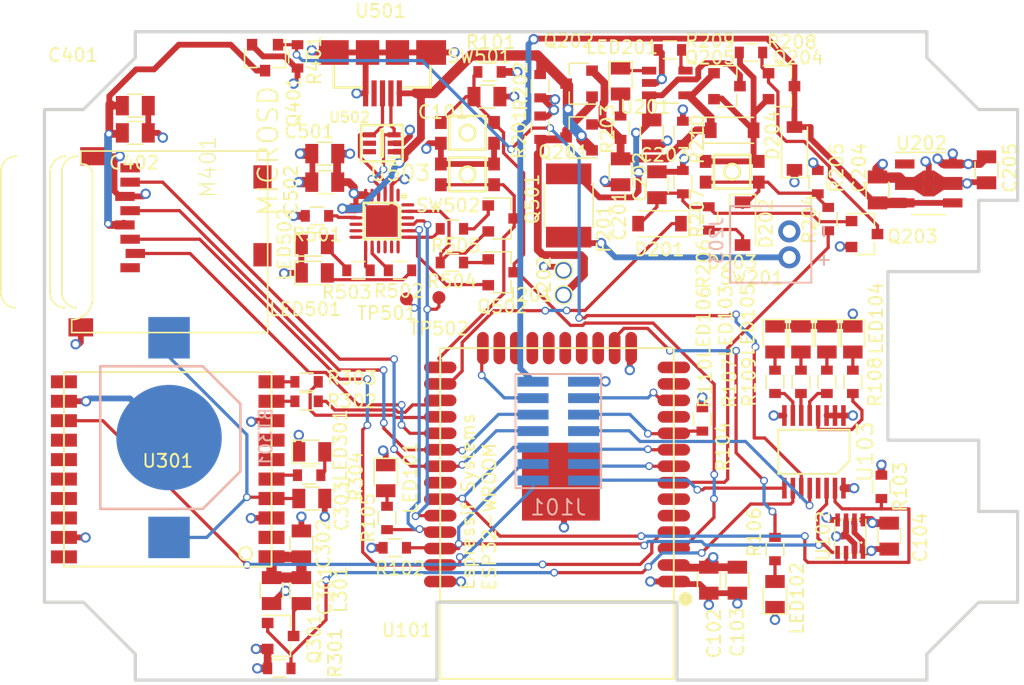
<source format=kicad_pcb>
(kicad_pcb (version 4) (host pcbnew 4.0.6)
  (layers (0 F.Cu signal) (1 In1.Cu signal hide) (2 In2.Cu signal hide) (31 B.Cu signal) (34 B.Paste user) (35 F.Paste user) (36 B.SilkS user) (37 F.SilkS user) (38 B.Mask user) (39 F.Mask user) (44 Edge.Cuts user))
  (net 0 "")
  (net 1 +3V3)
  (net 2 GND)
  (net 3 /RESET_ESP*)
  (net 4 /KEEPALIVE)
  (net 5 /+V_UNREG_SW)
  (net 6 /POWER_SW*)
  (net 7 /SPI_SDI)
  (net 8 /SPI_SCLK)
  (net 9 /SPI_SDO)
  (net 10 /GPS_ENABLE*)
  (net 11 /SD_ENABLE*)
  (net 12 /BOOTLOAD*)
  (net 13 /I2C_SCK)
  (net 14 /I2C_SDA)
  (net 15 /BUSY*)
  (net 16 /CON_TXD)
  (net 17 /BLINK)
  (net 18 /LEDG)
  (net 19 /LEDR)
  (net 20 /LEDY)
  (net 21 /LEDB)
  (net 22 /GPS_RXD)
  (net 23 /GPS_TXD)
  (net 24 /CON_RXD)
  (net 25 /SD_CS*)
  (net 26 /1PPS)
  (net 27 "Net-(BT301-Pad+)")
  (net 28 "Net-(C202-Pad1)")
  (net 29 "Net-(C301-Pad1)")
  (net 30 "Net-(C401-Pad1)")
  (net 31 "Net-(D202-Pad2)")
  (net 32 "Net-(D202-Pad1)")
  (net 33 "Net-(J201-Pad1)")
  (net 34 "Net-(L301-Pad2)")
  (net 35 "Net-(LED101-Pad2)")
  (net 36 "Net-(LED102-Pad2)")
  (net 37 "Net-(LED103-Pad2)")
  (net 38 "Net-(LED104-Pad2)")
  (net 39 "Net-(LED105-Pad2)")
  (net 40 "Net-(LED106-Pad2)")
  (net 41 "Net-(Q203-Pad3)")
  (net 42 "Net-(Q501-Pad1)")
  (net 43 "Net-(Q501-Pad2)")
  (net 44 "Net-(Q502-Pad1)")
  (net 45 "Net-(Q502-Pad2)")
  (net 46 "Net-(LED201-Pad2)")
  (net 47 "Net-(R209-Pad2)")
  (net 48 "Net-(R302-Pad2)")
  (net 49 "Net-(R303-Pad2)")
  (net 50 "Net-(LED301-Pad2)")
  (net 51 "Net-(R304-Pad2)")
  (net 52 "Net-(R501-Pad1)")
  (net 53 "Net-(R502-Pad1)")
  (net 54 "Net-(LED501-Pad2)")
  (net 55 "Net-(R503-Pad1)")
  (net 56 "Net-(LED502-Pad2)")
  (net 57 "Net-(LED201-Pad1)")
  (net 58 "Net-(U301-Pad7)")
  (net 59 "Net-(U301-Pad6)")
  (net 60 "Net-(U301-Pad2)")
  (net 61 "Net-(U501-Pad2)")
  (net 62 "Net-(U501-Pad3)")
  (net 63 /+3.3VA_ENABLE)
  (net 64 /AN0_CS*)
  (net 65 /AN_REFSEL)
  (net 66 /AN3_CS*)
  (net 67 /AN1_CS*)
  (net 68 /AN2_CS*)
  (net 69 /power/V+EXT)
  (net 70 /power/V+BAT_FUSED)
  (net 71 /power/V_UNREG)
  (net 72 /power/V+BAT)
  (net 73 /USB/+VBUS)
  (module paddle:QFP_24 (layer F.Cu) (at 26 14.6 270)
    (fp_text reference U503 (at -3.7 -1.4 360) (layer F.SilkS) (effects (font (size 1.2 1.2))))
    (fp_text value CP2102N)
    (pad 1 smd oval (at -2 -1.25) (size 0.25 1) (layers F.Cu F.Paste F.Mask))
    (pad 2 smd oval (at -2 -0.75) (size 0.25 1) (layers F.Cu F.Paste F.Mask) (net 2 GND))
    (pad 3 smd oval (at -2 -0.25) (size 0.25 1) (layers F.Cu F.Paste F.Mask) (net 62 "Net-(U501-Pad3)"))
    (pad 4 smd oval (at -2 0.25) (size 0.25 1) (layers F.Cu F.Paste F.Mask) (net 61 "Net-(U501-Pad2)"))
    (pad 5 smd oval (at -2 0.75) (size 0.25 1) (layers F.Cu F.Paste F.Mask) (net 1 +3V3))
    (pad 6 smd oval (at -2 1.25) (size 0.25 1) (layers F.Cu F.Paste F.Mask) (net 1 +3V3))
    (pad 7 smd oval (at -1.25 2 270) (size 0.25 1) (layers F.Cu F.Paste F.Mask) (net 1 +3V3))
    (pad 8 smd oval (at -0.75 2 270) (size 0.25 1) (layers F.Cu F.Paste F.Mask) (net 73 /USB/+VBUS))
    (pad 9 smd oval (at -0.25 2 270) (size 0.25 1) (layers F.Cu F.Paste F.Mask) (net 52 "Net-(R501-Pad1)"))
    (pad 10 smd oval (at 0.25 2 270) (size 0.25 1) (layers F.Cu F.Paste F.Mask))
    (pad 11 smd oval (at 0.75 2 270) (size 0.25 1) (layers F.Cu F.Paste F.Mask))
    (pad 12 smd oval (at 1.25 2 270) (size 0.25 1) (layers F.Cu F.Paste F.Mask))
    (pad 13 smd oval (at 2 1.25) (size 0.25 1) (layers F.Cu F.Paste F.Mask) (net 55 "Net-(R503-Pad1)"))
    (pad 14 smd oval (at 2 0.75) (size 0.25 1) (layers F.Cu F.Paste F.Mask) (net 53 "Net-(R502-Pad1)"))
    (pad 15 smd oval (at 2 0.25) (size 0.25 1) (layers F.Cu F.Paste F.Mask))
    (pad 16 smd oval (at 2 -0.25) (size 0.25 1) (layers F.Cu F.Paste F.Mask))
    (pad 17 smd oval (at 2 -0.75) (size 0.25 1) (layers F.Cu F.Paste F.Mask))
    (pad 18 smd oval (at 2 -1.25) (size 0.25 1) (layers F.Cu F.Paste F.Mask))
    (pad 19 smd oval (at 1.25 -2 270) (size 0.25 1) (layers F.Cu F.Paste F.Mask) (net 45 "Net-(Q502-Pad2)"))
    (pad 20 smd oval (at 0.75 -2 270) (size 0.25 1) (layers F.Cu F.Paste F.Mask) (net 16 /CON_TXD))
    (pad 21 smd oval (at 0.25 -2 270) (size 0.25 1) (layers F.Cu F.Paste F.Mask) (net 24 /CON_RXD))
    (pad 22 smd oval (at -0.25 -2 270) (size 0.25 1) (layers F.Cu F.Paste F.Mask))
    (pad 23 smd oval (at -0.75 -2 270) (size 0.25 1) (layers F.Cu F.Paste F.Mask) (net 43 "Net-(Q501-Pad2)"))
    (pad 24 smd oval (at -1.25 -2 270) (size 0.25 1) (layers F.Cu F.Paste F.Mask))
    (pad 25 smd rect (at 0 0 270) (size 2.45 2.45) (layers F.Cu F.Paste F.Mask) (net 2 GND))
  )
  (module adafruit:MICROSD (layer F.Cu) (at 17.24 9.2 270)
    (fp_text reference M401 (at 3.7 3.94 270) (layer F.SilkS) (effects (font (size 1.2065 1.2065) (thickness 0.1016)) (justify left bottom)))
    (fp_text value MICROSD (at 0 0 270) (layer F.SilkS))
    (pad MT1 smd rect (at 0.4 13.54 270) (size 1.4 1.9) (layers F.Cu F.Paste F.Mask) (net 2 GND))
    (pad MT2 smd rect (at 13.6 14.44 270) (size 1.4 1.9) (layers F.Cu F.Paste F.Mask) (net 2 GND))
    (pad CD1 smd rect (at 2 0.44) (size 1.4 1.8) (layers F.Cu F.Paste F.Mask))
    (pad CD2 smd rect (at 8 0.44) (size 1.4 1.8) (layers F.Cu F.Paste F.Mask))
    (pad 8 smd rect (at 1.3 10.64 270) (size 0.7 1.5) (layers F.Cu F.Paste F.Mask))
    (pad 7 smd rect (at 2.4 10.64 270) (size 0.7 1.5) (layers F.Cu F.Paste F.Mask) (net 7 /SPI_SDI))
    (pad 6 smd rect (at 3.5 11.04 270) (size 0.7 1.5) (layers F.Cu F.Paste F.Mask) (net 2 GND))
    (pad 5 smd rect (at 4.6 10.64 270) (size 0.7 1.5) (layers F.Cu F.Paste F.Mask) (net 8 /SPI_SCLK))
    (pad 4 smd rect (at 5.7 11.04 270) (size 0.7 1.5) (layers F.Cu F.Paste F.Mask) (net 30 "Net-(C401-Pad1)"))
    (pad 3 smd rect (at 6.8 10.64 270) (size 0.7 1.5) (layers F.Cu F.Paste F.Mask) (net 9 /SPI_SDO))
    (pad 2 smd rect (at 7.9 10.24 270) (size 0.7 1.5) (layers F.Cu F.Paste F.Mask) (net 25 /SD_CS*))
    (pad 1 smd rect (at 9 10.64 270) (size 0.7 1.5) (layers F.Cu F.Paste F.Mask))
  )
  (module paddle:SMD_0805 (layer F.Cu) (at 7 5.7)
    (fp_text reference C401 (at -4.8 -3.9) (layer F.SilkS))
    (fp_text value 10uF)
    (pad 1 smd rect (at -1 0) (size 1 1.5) (layers F.Cu F.Mask) (net 30 "Net-(C401-Pad1)"))
    (pad 2 smd rect (at 1 0) (size 1 1.5) (layers F.Cu F.Mask) (net 2 GND))
  )
  (module paddle:KH_F20_mounting_hole (layer F.Cu) (at 12.5 5)
    (fp_text reference REF** hide)
    (fp_text value hole)
    (pad "" np_thru_hole circle (at 0 0) (size 3 3) (drill 3) (layers *.Cu *.Mask))
  )
  (module paddle:SOIC-16 (layer F.Cu) (at 59.3 32.4 180)
    (fp_text reference U103 (at -3.95 0 270) (layer F.SilkS) (effects (font (size 1.2 1.2))))
    (fp_text value TCA9534A)
    (pad 16 smd rect (at -2.275 -2.8 180) (size 0.35 1.6) (layers F.Cu F.Paste F.Mask) (net 1 +3V3))
    (pad 1 smd rect (at -2.275 2.8 180) (size 0.35 1.6) (layers F.Cu F.Paste F.Mask) (net 2 GND))
    (pad 15 smd rect (at -1.625 -2.8 180) (size 0.35 1.6) (layers F.Cu F.Paste F.Mask) (net 14 /I2C_SDA))
    (pad 2 smd rect (at -1.625 2.8 180) (size 0.35 1.6) (layers F.Cu F.Paste F.Mask) (net 2 GND))
    (pad 14 smd rect (at -0.975 -2.8 180) (size 0.35 1.6) (layers F.Cu F.Paste F.Mask) (net 13 /I2C_SCK))
    (pad 3 smd rect (at -0.975 2.8 180) (size 0.35 1.6) (layers F.Cu F.Paste F.Mask) (net 2 GND))
    (pad 13 smd rect (at -0.325 -2.8 180) (size 0.35 1.6) (layers F.Cu F.Paste F.Mask))
    (pad 4 smd rect (at -0.325 2.8 180) (size 0.35 1.6) (layers F.Cu F.Paste F.Mask) (net 19 /LEDR))
    (pad 12 smd rect (at 0.325 -2.8 180) (size 0.35 1.6) (layers F.Cu F.Paste F.Mask) (net 65 /AN_REFSEL))
    (pad 5 smd rect (at 0.325 2.8 180) (size 0.35 1.6) (layers F.Cu F.Paste F.Mask) (net 20 /LEDY))
    (pad 11 smd rect (at 0.975 -2.8 180) (size 0.35 1.6) (layers F.Cu F.Paste F.Mask) (net 11 /SD_ENABLE*))
    (pad 6 smd rect (at 0.975 2.8 180) (size 0.35 1.6) (layers F.Cu F.Paste F.Mask) (net 18 /LEDG))
    (pad 10 smd rect (at 1.625 -2.8 180) (size 0.35 1.6) (layers F.Cu F.Paste F.Mask) (net 10 /GPS_ENABLE*))
    (pad 7 smd rect (at 1.625 2.8 180) (size 0.35 1.6) (layers F.Cu F.Paste F.Mask) (net 21 /LEDB))
    (pad 9 smd rect (at 2.275 -2.8 180) (size 0.35 1.6) (layers F.Cu F.Paste F.Mask) (net 63 /+3.3VA_ENABLE))
    (pad 8 smd rect (at 2.275 2.8 180) (size 0.35 1.6) (layers F.Cu F.Paste F.Mask) (net 2 GND))
  )
  (module paddle:BME280 (layer F.Cu) (at 62.1 38.9 270)
    (fp_text reference U102 (at 0 2.1 270) (layer F.SilkS))
    (fp_text value BME280)
    (pad 1 smd rect (at 1.25 -0.975 270) (size 1 0.35) (layers F.Cu F.Paste F.Mask) (net 2 GND))
    (pad 2 smd rect (at 1.25 -0.325 270) (size 1 0.35) (layers F.Cu F.Paste F.Mask) (net 1 +3V3))
    (pad 3 smd rect (at 1.25 0.325 270) (size 1 0.35) (layers F.Cu F.Paste F.Mask) (net 14 /I2C_SDA))
    (pad 4 smd rect (at 1.25 0.975 270) (size 1 0.35) (layers F.Cu F.Paste F.Mask) (net 13 /I2C_SCK))
    (pad 5 smd rect (at -1.25 0.975 270) (size 1 0.35) (layers F.Cu F.Paste F.Mask) (net 2 GND))
    (pad 6 smd rect (at -1.25 0.325 270) (size 1 0.35) (layers F.Cu F.Paste F.Mask) (net 1 +3V3))
    (pad 7 smd rect (at -1.25 -0.325 270) (size 1 0.35) (layers F.Cu F.Paste F.Mask) (net 2 GND))
    (pad 8 smd rect (at -1.25 -0.975 270) (size 1 0.35) (layers F.Cu F.Paste F.Mask) (net 1 +3V3))
  )
  (module paddle:tp_th_1mm (layer F.Cu) (at 30.4 20.5)
    (fp_text reference TP502 (at 0 2.4) (layer F.SilkS))
    (fp_text value TXD)
    (pad 1 smd circle (at 0 0) (size 1 1) (layers F.Cu F.Paste F.Mask) (net 24 /CON_RXD))
  )
  (module paddle:ESP32-WROOM (layer F.Cu) (at 39.5 37.15)
    (fp_text reference U101 (at -11.557 9.017) (layer F.SilkS))
    (fp_text value ESP32-WROOM)
    (fp_text user "Espressif Systems" (at -6.858 -0.889 90) (layer F.SilkS))
    (fp_text user ESP32-WROOM (at -5.207 0.254 90) (layer F.SilkS))
    (pad 38 smd oval (at -9 5.25) (size 2.5 0.9) (layers F.Cu F.Paste F.Mask) (net 2 GND))
    (pad 37 smd oval (at -9 3.98) (size 2.5 0.9) (layers F.Cu F.Paste F.Mask) (net 9 /SPI_SDO))
    (pad 36 smd oval (at -9 2.71) (size 2.5 0.9) (layers F.Cu F.Paste F.Mask) (net 13 /I2C_SCK))
    (pad 35 smd oval (at -9 1.44) (size 2.5 0.9) (layers F.Cu F.Paste F.Mask) (net 16 /CON_TXD))
    (pad 34 smd oval (at -9 0.17) (size 2.5 0.9) (layers F.Cu F.Paste F.Mask) (net 24 /CON_RXD))
    (pad 33 smd oval (at -9 -1.1) (size 2.5 0.9) (layers F.Cu F.Paste F.Mask) (net 14 /I2C_SDA))
    (pad 32 smd oval (at -9 -2.37) (size 2.5 0.9) (layers F.Cu F.Paste F.Mask))
    (pad 31 smd oval (at -9 -3.64) (size 2.5 0.9) (layers F.Cu F.Paste F.Mask) (net 7 /SPI_SDI))
    (pad 30 smd oval (at -9 -4.91) (size 2.5 0.9) (layers F.Cu F.Paste F.Mask) (net 8 /SPI_SCLK))
    (pad 29 smd oval (at -9 -6.18) (size 2.5 0.9) (layers F.Cu F.Paste F.Mask) (net 25 /SD_CS*))
    (pad 28 smd oval (at -9 -7.45) (size 2.5 0.9) (layers F.Cu F.Paste F.Mask) (net 23 /GPS_TXD))
    (pad 27 smd oval (at -9 -8.72) (size 2.5 0.9) (layers F.Cu F.Paste F.Mask) (net 22 /GPS_RXD))
    (pad 26 smd oval (at -9 -9.99) (size 2.5 0.9) (layers F.Cu F.Paste F.Mask) (net 4 /KEEPALIVE))
    (pad 25 smd oval (at -9 -11.26) (size 2.5 0.9) (layers F.Cu F.Paste F.Mask) (net 12 /BOOTLOAD*))
    (pad 24 smd oval (at -5.715 -12.75) (size 0.9 2.5) (layers F.Cu F.Paste F.Mask) (net 66 /AN3_CS*))
    (pad 23 smd oval (at -4.445 -12.75) (size 0.9 2.5) (layers F.Cu F.Paste F.Mask))
    (pad 22 smd oval (at -3.175 -12.75) (size 0.9 2.5) (layers F.Cu F.Paste F.Mask))
    (pad 21 smd oval (at -1.905 -12.75) (size 0.9 2.5) (layers F.Cu F.Paste F.Mask))
    (pad 20 smd oval (at -0.635 -12.75) (size 0.9 2.5) (layers F.Cu F.Paste F.Mask))
    (pad 19 smd oval (at 0.635 -12.75) (size 0.9 2.5) (layers F.Cu F.Paste F.Mask))
    (pad 18 smd oval (at 1.905 -12.75) (size 0.9 2.5) (layers F.Cu F.Paste F.Mask))
    (pad 17 smd oval (at 3.175 -12.75) (size 0.9 2.5) (layers F.Cu F.Paste F.Mask))
    (pad 16 smd oval (at 4.445 -12.75) (size 0.9 2.5) (layers F.Cu F.Paste F.Mask) (net 17 /BLINK))
    (pad 15 smd oval (at 5.715 -12.75) (size 0.9 2.5) (layers F.Cu F.Paste F.Mask) (net 2 GND))
    (pad 14 smd oval (at 9 -11.26) (size 2.5 0.9) (layers F.Cu F.Paste F.Mask))
    (pad 13 smd oval (at 9 -9.99) (size 2.5 0.9) (layers F.Cu F.Paste F.Mask))
    (pad 12 smd oval (at 9 -8.72) (size 2.5 0.9) (layers F.Cu F.Paste F.Mask) (net 64 /AN0_CS*))
    (pad 11 smd oval (at 9 -7.45) (size 2.5 0.9) (layers F.Cu F.Paste F.Mask))
    (pad 10 smd oval (at 9 -6.18) (size 2.5 0.9) (layers F.Cu F.Paste F.Mask) (net 15 /BUSY*))
    (pad 9 smd oval (at 9 -4.91) (size 2.5 0.9) (layers F.Cu F.Paste F.Mask) (net 68 /AN2_CS*))
    (pad 8 smd oval (at 9 -3.64) (size 2.5 0.9) (layers F.Cu F.Paste F.Mask) (net 67 /AN1_CS*))
    (pad 7 smd oval (at 9 -2.37) (size 2.5 0.9) (layers F.Cu F.Paste F.Mask) (net 6 /POWER_SW*))
    (pad 6 smd oval (at 9 -1.1) (size 2.5 0.9) (layers F.Cu F.Paste F.Mask))
    (pad 5 smd oval (at 9 0.17) (size 2.5 0.9) (layers F.Cu F.Paste F.Mask))
    (pad 4 smd oval (at 9 1.44) (size 2.5 0.9) (layers F.Cu F.Paste F.Mask) (net 26 /1PPS))
    (pad 3 smd oval (at 9 2.71) (size 2.5 0.9) (layers F.Cu F.Paste F.Mask) (net 3 /RESET_ESP*))
    (pad 2 smd oval (at 9 3.98) (size 2.5 0.9) (layers F.Cu F.Paste F.Mask) (net 1 +3V3))
    (pad 1 smd oval (at 9 5.25) (size 2.5 0.9) (layers F.Cu F.Paste F.Mask) (net 2 GND))
    (pad 39 smd rect (at 0.3 -2.45) (size 6 6) (layers F.Cu F.Paste F.Mask) (net 2 GND))
  )
  (module paddle:R_0603 (layer F.Cu) (at 50.7 29.9 270)
    (fp_text reference R104 (at 2.1 -1.6 270) (layer F.SilkS))
    (fp_text value 10k)
    (pad 1 smd rect (at -0.9 0 270) (size 0.7 0.9) (layers F.Cu F.Paste F.Mask) (net 1 +3V3))
    (pad 2 smd rect (at 0.9 0 270) (size 0.7 0.9) (layers F.Cu F.Paste F.Mask) (net 15 /BUSY*))
  )
  (module paddle:KH_F20_mounting_hole (layer F.Cu) (at 62.5 45)
    (fp_text reference REF** hide)
    (fp_text value hole)
    (pad "" np_thru_hole circle (at 0 0) (size 3 3) (drill 3) (layers *.Cu *.Mask))
  )
  (module paddle:R_0603 (layer F.Cu) (at 18.1 49.1)
    (fp_text reference R301 (at 4.3 -1.2 90) (layer F.SilkS))
    (fp_text value 1MEG)
    (pad 1 smd rect (at -0.9 0) (size 0.7 0.9) (layers F.Cu F.Paste F.Mask) (net 1 +3V3))
    (pad 2 smd rect (at 0.9 0) (size 0.7 0.9) (layers F.Cu F.Paste F.Mask) (net 10 /GPS_ENABLE*))
  )
  (module paddle:SOT-23 (layer F.Cu) (at 18.2 46.6)
    (fp_text reference Q301 (at 2.6 0.2 90) (layer F.SilkS))
    (fp_text value DMG3415U)
    (pad 1 smd rect (at -1 -1) (size 0.9 0.8) (layers F.Cu F.Paste F.Mask) (net 10 /GPS_ENABLE*))
    (pad 2 smd rect (at -1 1) (size 0.9 0.8) (layers F.Cu F.Paste F.Mask) (net 1 +3V3))
    (pad 3 smd rect (at 1 0) (size 0.9 0.8) (layers F.Cu F.Paste F.Mask) (net 34 "Net-(L301-Pad2)"))
  )
  (module paddle:KH_F20_mounting_hole (layer F.Cu) (at 12.5 45)
    (fp_text reference REF** hide)
    (fp_text value hole)
    (pad "" np_thru_hole circle (at 0 0) (size 3 3) (drill 3) (layers *.Cu *.Mask))
  )
  (module paddle:SW_KMR7 (layer F.Cu) (at 32.6 7.8)
    (fp_text reference SW501 (at 0.9 -5.9) (layer F.SilkS))
    (fp_text value SWITCH_PUSHBUTTON)
    (pad 1 smd rect (at -2.05 -0.8) (size 0.9 1) (layers F.Cu F.Paste F.Mask) (net 3 /RESET_ESP*))
    (pad 1 smd rect (at 2.049999 -0.8) (size 0.9 1) (layers F.Cu F.Paste F.Mask) (net 3 /RESET_ESP*))
    (pad 2 smd rect (at 2.049999 0.8) (size 0.9 1) (layers F.Cu F.Paste F.Mask) (net 2 GND))
    (pad 2 smd rect (at -2.05 0.8) (size 0.9 1) (layers F.Cu F.Paste F.Mask) (net 2 GND))
  )
  (module paddle:SW_KMR7 (layer F.Cu) (at 32.6 11 180)
    (fp_text reference SW502 (at 1.5 -2.4 180) (layer F.SilkS))
    (fp_text value SWITCH_PUSHBUTTON)
    (pad 1 smd rect (at -2.05 -0.8 180) (size 0.9 1) (layers F.Cu F.Paste F.Mask) (net 12 /BOOTLOAD*))
    (pad 1 smd rect (at 2.049999 -0.8 180) (size 0.9 1) (layers F.Cu F.Paste F.Mask) (net 12 /BOOTLOAD*))
    (pad 2 smd rect (at 2.049999 0.8 180) (size 0.9 1) (layers F.Cu F.Paste F.Mask) (net 2 GND))
    (pad 2 smd rect (at -2.05 0.8 180) (size 0.9 1) (layers F.Cu F.Paste F.Mask) (net 2 GND))
  )
  (module paddle:tp_th_1mm (layer F.Cu) (at 27.9 20.6)
    (fp_text reference TP501 (at -1.5 1.1) (layer F.SilkS))
    (fp_text value RXD)
    (pad 1 smd circle (at 0 0) (size 1 1) (layers F.Cu F.Paste F.Mask) (net 16 /CON_TXD))
  )
  (module paddle:SMD_SC70-6 (layer F.Cu) (at 26 8.6 180)
    (fp_text reference U502 (at 2.5 2 180) (layer F.SilkS) (effects (font (size 0.8 0.8))))
    (fp_text value SP3003-04)
    (pad 5 smd rect (at 0.95 0) (size 1 0.4) (layers F.Cu F.Paste F.Mask))
    (pad 1 smd rect (at -0.95 -0.65) (size 1 0.4) (layers F.Cu F.Paste F.Mask) (net 73 /USB/+VBUS))
    (pad 3 smd rect (at -0.95 0.65) (size 1 0.4) (layers F.Cu F.Paste F.Mask) (net 61 "Net-(U501-Pad2)"))
    (pad 2 smd rect (at -0.95 0) (size 1 0.4) (layers F.Cu F.Paste F.Mask) (net 2 GND))
    (pad 4 smd rect (at 0.95 0.65) (size 1 0.4) (layers F.Cu F.Paste F.Mask) (net 62 "Net-(U501-Pad3)"))
    (pad 6 smd rect (at 0.95 -0.65) (size 1 0.4) (layers F.Cu F.Paste F.Mask))
  )
  (module paddle:USB_micro_B_FCI_10104110 (layer F.Cu) (at 26.05 1.6 180)
    (fp_text reference U501 (at 0.15 3.2 180) (layer F.SilkS))
    (fp_text value USB_B_Socket)
    (pad 1 smd rect (at -1.3 -3.15 180) (size 0.4 2) (layers F.Cu F.Paste F.Mask) (net 73 /USB/+VBUS))
    (pad 2 smd rect (at -0.65 -3.15 180) (size 0.4 2) (layers F.Cu F.Paste F.Mask) (net 61 "Net-(U501-Pad2)"))
    (pad 3 smd rect (at 0 -3.15 180) (size 0.4 2) (layers F.Cu F.Paste F.Mask) (net 62 "Net-(U501-Pad3)"))
    (pad 4 smd rect (at 0.65 -3.15 180) (size 0.4 2) (layers F.Cu F.Paste F.Mask))
    (pad 5 smd rect (at 1.3 -3.15 180) (size 0.4 2) (layers F.Cu F.Paste F.Mask) (net 2 GND))
    (pad 6 smd rect (at -1.15 0 180) (size 1.8 1.9) (layers F.Cu F.Paste F.Mask) (net 2 GND))
    (pad 6 smd rect (at -3.75 0 180) (size 2.3 1.9) (layers F.Cu F.Paste F.Mask) (net 2 GND))
    (pad 6 smd rect (at 3.75 0 180) (size 2.3 1.9) (layers F.Cu F.Paste F.Mask) (net 2 GND))
    (pad 6 smd rect (at 1.15 0 180) (size 1.8 1.9) (layers F.Cu F.Paste F.Mask) (net 2 GND))
  )
  (module paddle:D_SOD-123 (layer F.Cu) (at 47.4 14.8 180)
    (fp_text reference D201 (at 0 -2 180) (layer F.SilkS))
    (fp_text value SS24FL)
    (pad 1 smd rect (at -1.65 0 180) (size 0.9 1.2) (layers F.Cu F.Paste F.Mask) (net 4 /KEEPALIVE))
    (pad 2 smd rect (at 1.65 0 180) (size 0.9 1.2) (layers F.Cu F.Paste F.Mask) (net 28 "Net-(C202-Pad1)"))
  )
  (module paddle:D_SOD-123 (layer F.Cu) (at 57.8 9 90)
    (fp_text reference D204 (at 1 -1.7 90) (layer F.SilkS))
    (fp_text value SS24FL)
    (pad 1 smd rect (at -1.65 0 90) (size 0.9 1.2) (layers F.Cu F.Paste F.Mask) (net 1 +3V3))
    (pad 2 smd rect (at 1.65 0 90) (size 0.9 1.2) (layers F.Cu F.Paste F.Mask) (net 5 /+V_UNREG_SW))
  )
  (module paddle:CR1025_holder (layer B.Cu) (at 9.6 31.3 270)
    (fp_text reference BT301 (at 0 -7.45 270) (layer B.SilkS) (effects (justify mirror)))
    (fp_text value CR1025)
    (pad - smd circle (at 0 0 270) (size 8.13 8.13) (layers B.Cu B.Paste B.Mask) (net 2 GND))
    (pad + smd rect (at 7.7 0 270) (size 3.2 3.2) (layers B.Cu B.Paste B.Mask) (net 27 "Net-(BT301-Pad+)"))
    (pad + smd rect (at -7.7 0 270) (size 3.2 3.2) (layers B.Cu B.Paste B.Mask) (net 27 "Net-(BT301-Pad+)"))
  )
  (module paddle:SMD_1812 (layer F.Cu) (at 40.4 13.4 270)
    (fp_text reference F201 (at 1.8 -2.7 270) (layer F.SilkS))
    (fp_text value "1A Poly")
    (pad 1 smd rect (at -2.44 0 270) (size 1.6 3.5) (layers F.Cu F.Paste F.Mask) (net 70 /power/V+BAT_FUSED))
    (pad 2 smd rect (at 2.44 0 270) (size 1.6 3.5) (layers F.Cu F.Paste F.Mask) (net 72 /power/V+BAT))
  )
  (module paddle:TH_1.0 (layer F.Cu) (at 40 20.3)
    (fp_text reference J201 (at -2.6 0) (layer F.SilkS))
    (fp_text value V_QI)
    (pad 1 thru_hole circle (at 0 0) (size 1.3 1.3) (drill 1) (layers *.Cu *.Mask) (net 33 "Net-(J201-Pad1)"))
  )
  (module paddle:TH_1.0 (layer F.Cu) (at 40 18.4 180)
    (fp_text reference J202 (at 1.5 -0.7 270) (layer F.SilkS))
    (fp_text value GND)
    (pad 1 thru_hole circle (at 0 0 180) (size 1.3 1.3) (drill 1) (layers *.Cu *.Mask) (net 2 GND))
  )
  (module paddle:JST_battery_header_B2B-PH-K-S (layer B.Cu) (at 57.4 16.4 90)
    (fp_text reference J203 (at 0.3 -5.6 90) (layer B.SilkS) (effects (justify mirror)))
    (fp_text value Battery)
    (fp_text user - (at 1 2.6 90) (layer B.SilkS) (effects (justify mirror)))
    (fp_text user + (at -1.2 2.6 90) (layer B.SilkS) (effects (justify mirror)))
    (pad 1 thru_hole circle (at -1 0 90) (size 1.7 1.7) (drill 1) (layers *.Cu *.Mask) (net 72 /power/V+BAT))
    (pad 2 thru_hole circle (at 1 0 90) (size 1.7 1.7) (drill 1) (layers *.Cu *.Mask) (net 2 GND))
  )
  (module paddle:SOT-23-5 (layer F.Cu) (at 48 3.95)
    (fp_text reference U201 (at -1.7 1.85) (layer F.SilkS))
    (fp_text value MCP73832)
    (pad 1 smd rect (at -1.4 -0.95) (size 1.1 0.6) (layers F.Cu F.Paste F.Mask) (net 57 "Net-(LED201-Pad1)"))
    (pad 2 smd rect (at -1.4 0) (size 1.1 0.6) (layers F.Cu F.Paste F.Mask) (net 2 GND))
    (pad 3 smd rect (at -1.4 0.95) (size 1.1 0.6) (layers F.Cu F.Paste F.Mask) (net 70 /power/V+BAT_FUSED))
    (pad 4 smd rect (at 1.4 0.95) (size 1.1 0.6) (layers F.Cu F.Paste F.Mask) (net 69 /power/V+EXT))
    (pad 5 smd rect (at 1.4 -0.95) (size 1.1 0.6) (layers F.Cu F.Paste F.Mask) (net 47 "Net-(R209-Pad2)"))
  )
  (module paddle:SOT89-5 (layer F.Cu) (at 68.15 11.7)
    (fp_text reference U202 (at -0.55 -3.1) (layer F.SilkS))
    (fp_text value NCP694-3.3)
    (pad 2 smd trapezoid (at 0.775 0 270) (size 1.5 0.75) (rect_delta 0 0.5) (layers F.Cu F.Paste F.Mask) (net 2 GND))
    (pad 5 smd rect (at 1.85 -1.5 270) (size 0.7 1.5) (layers F.Cu F.Paste F.Mask) (net 1 +3V3))
    (pad 4 smd rect (at 1.85 1.5 270) (size 0.7 1.5) (layers F.Cu F.Paste F.Mask) (net 5 /+V_UNREG_SW))
    (pad 1 smd rect (at -1.85 -1.5 270) (size 0.7 1.5) (layers F.Cu F.Paste F.Mask))
    (pad 2 smd rect (at -1.85 0 270) (size 1 1.5) (layers F.Cu F.Paste F.Mask) (net 2 GND))
    (pad 3 smd rect (at -1.85 1.5 270) (size 0.7 1.5) (layers F.Cu F.Paste F.Mask) (net 5 /+V_UNREG_SW))
    (pad 2 smd rect (at 1.85 0 270) (size 1 1.5) (layers F.Cu F.Paste F.Mask) (net 2 GND))
    (pad 2 smd trapezoid (at -0.775 0 90) (size 1.5 0.75) (rect_delta 0 0.5) (layers F.Cu F.Paste F.Mask) (net 2 GND))
    (pad 2 smd rect (at 0 0 270) (size 2 0.8) (layers F.Cu F.Paste F.Mask) (net 2 GND))
  )
  (module paddle:SW_KMR7 (layer F.Cu) (at 53 10.8 180)
    (fp_text reference SW201 (at -1.5 -8.2 180) (layer F.SilkS))
    (fp_text value SW)
    (pad 1 smd rect (at -2.05 -0.8 180) (size 0.9 1) (layers F.Cu F.Paste F.Mask) (net 32 "Net-(D202-Pad1)"))
    (pad 1 smd rect (at 2.049999 -0.8 180) (size 0.9 1) (layers F.Cu F.Paste F.Mask) (net 32 "Net-(D202-Pad1)"))
    (pad 2 smd rect (at 2.049999 0.8 180) (size 0.9 1) (layers F.Cu F.Paste F.Mask) (net 71 /power/V_UNREG))
    (pad 2 smd rect (at -2.05 0.8 180) (size 0.9 1) (layers F.Cu F.Paste F.Mask) (net 71 /power/V_UNREG))
  )
  (module paddle:FGPMMOPA6H (layer F.Cu) (at 9.5 33.5 180)
    (fp_text reference U301 (at 0 0.4 180) (layer F.SilkS))
    (fp_text value FGPMMOPA6H)
    (pad 10 smd rect (at -8 6.5 180) (size 2 1) (layers F.Cu F.Paste F.Mask) (net 49 "Net-(R303-Pad2)"))
    (pad 9 smd rect (at -8 5 180) (size 2 1) (layers F.Cu F.Paste F.Mask) (net 48 "Net-(R302-Pad2)"))
    (pad 8 smd rect (at -8 3.5 180) (size 2 1) (layers F.Cu F.Paste F.Mask) (net 2 GND))
    (pad 7 smd rect (at -8 2 180) (size 2 1) (layers F.Cu F.Paste F.Mask) (net 58 "Net-(U301-Pad7)"))
    (pad 6 smd rect (at -8 0.5 180) (size 2 1) (layers F.Cu F.Paste F.Mask) (net 59 "Net-(U301-Pad6)"))
    (pad 5 smd rect (at -8 -1 180) (size 2 1) (layers F.Cu F.Paste F.Mask) (net 51 "Net-(R304-Pad2)"))
    (pad 4 smd rect (at -8 -2.5 180) (size 2 1) (layers F.Cu F.Paste F.Mask) (net 27 "Net-(BT301-Pad+)"))
    (pad 3 smd rect (at -8 -4 180) (size 2 1) (layers F.Cu F.Paste F.Mask) (net 2 GND))
    (pad 2 smd rect (at -8 -5.5 180) (size 2 1) (layers F.Cu F.Paste F.Mask) (net 60 "Net-(U301-Pad2)"))
    (pad 1 smd rect (at -8 -7 180) (size 2 1) (layers F.Cu F.Paste F.Mask) (net 29 "Net-(C301-Pad1)"))
    (pad 1 smd rect (at -8 -7 180) (size 2 1) (layers F.Cu F.Paste F.Mask) (net 29 "Net-(C301-Pad1)"))
    (pad 2 smd rect (at -8 -5.5 180) (size 2 1) (layers F.Cu F.Paste F.Mask) (net 60 "Net-(U301-Pad2)"))
    (pad 3 smd rect (at -8 -4 180) (size 2 1) (layers F.Cu F.Paste F.Mask) (net 2 GND))
    (pad 4 smd rect (at -8 -2.5 180) (size 2 1) (layers F.Cu F.Paste F.Mask) (net 27 "Net-(BT301-Pad+)"))
    (pad 5 smd rect (at -8 -1 180) (size 2 1) (layers F.Cu F.Paste F.Mask) (net 51 "Net-(R304-Pad2)"))
    (pad 6 smd rect (at -8 0.5 180) (size 2 1) (layers F.Cu F.Paste F.Mask) (net 59 "Net-(U301-Pad6)"))
    (pad 7 smd rect (at -8 2 180) (size 2 1) (layers F.Cu F.Paste F.Mask) (net 58 "Net-(U301-Pad7)"))
    (pad 8 smd rect (at -8 3.5 180) (size 2 1) (layers F.Cu F.Paste F.Mask) (net 2 GND))
    (pad 9 smd rect (at -8 5 180) (size 2 1) (layers F.Cu F.Paste F.Mask) (net 48 "Net-(R302-Pad2)"))
    (pad 10 smd rect (at -8 6.5 180) (size 2 1) (layers F.Cu F.Paste F.Mask) (net 49 "Net-(R303-Pad2)"))
    (pad 11 smd rect (at 8 6.5 180) (size 2 1) (layers F.Cu F.Paste F.Mask))
    (pad 12 smd rect (at 8 5 180) (size 2 1) (layers F.Cu F.Paste F.Mask) (net 2 GND))
    (pad 13 smd rect (at 8 3.5 180) (size 2 1) (layers F.Cu F.Paste F.Mask) (net 26 /1PPS))
    (pad 14 smd rect (at 8 2 180) (size 2 1) (layers F.Cu F.Paste F.Mask))
    (pad 15 smd rect (at 8 0.5 180) (size 2 1) (layers F.Cu F.Paste F.Mask))
    (pad 16 smd rect (at 8 -1 180) (size 2 1) (layers F.Cu F.Paste F.Mask))
    (pad 17 smd rect (at 8 -2.5 180) (size 2 1) (layers F.Cu F.Paste F.Mask))
    (pad 18 smd rect (at 8 -4 180) (size 2 1) (layers F.Cu F.Paste F.Mask))
    (pad 19 smd rect (at 8 -5.5 180) (size 2 1) (layers F.Cu F.Paste F.Mask) (net 2 GND))
    (pad 20 smd rect (at 8 -7 180) (size 2 1) (layers F.Cu F.Paste F.Mask))
  )
  (module paddle:D_SOD-123 (layer F.Cu) (at 53 7.6)
    (fp_text reference D203 (at 0 10.2) (layer F.SilkS))
    (fp_text value SS24FL)
    (pad 1 smd rect (at -1.65 0) (size 0.9 1.2) (layers F.Cu F.Paste F.Mask) (net 69 /power/V+EXT))
    (pad 2 smd rect (at 1.65 0) (size 0.9 1.2) (layers F.Cu F.Paste F.Mask) (net 71 /power/V_UNREG))
  )
  (module paddle:KH_F20_mounting_hole (layer F.Cu) (at 62.5 5)
    (fp_text reference REF** hide)
    (fp_text value hole)
    (pad "" np_thru_hole circle (at 0 0) (size 3 3) (drill 3) (layers *.Cu *.Mask))
  )
  (module paddle:D_SOD-123 (layer F.Cu) (at 53.8 14.8 270)
    (fp_text reference D202 (at 0 -1.8 270) (layer F.SilkS))
    (fp_text value SS24FL)
    (pad 1 smd rect (at -1.65 0 270) (size 0.9 1.2) (layers F.Cu F.Paste F.Mask) (net 32 "Net-(D202-Pad1)"))
    (pad 2 smd rect (at 1.65 0 270) (size 0.9 1.2) (layers F.Cu F.Paste F.Mask) (net 31 "Net-(D202-Pad2)"))
  )
  (module paddle:SMD_0805 (layer F.Cu) (at 17.5 43.1 270)
    (fp_text reference C301 (at 0 -4.1 270) (layer F.SilkS))
    (fp_text value 10uF)
    (pad 1 smd rect (at -1 0 270) (size 1 1.5) (layers F.Cu F.Mask) (net 29 "Net-(C301-Pad1)"))
    (pad 2 smd rect (at 1 0 270) (size 1 1.5) (layers F.Cu F.Mask) (net 2 GND))
  )
  (module paddle:SMD_0805 (layer F.Cu) (at 46.8 7.8 270)
    (fp_text reference C203 (at 1.7 -1 360) (layer F.SilkS))
    (fp_text value 4.7uF)
    (pad 1 smd rect (at -1 0 270) (size 1 1.5) (layers F.Cu F.Mask) (net 70 /power/V+BAT_FUSED))
    (pad 2 smd rect (at 1 0 270) (size 1 1.5) (layers F.Cu F.Mask) (net 2 GND))
  )
  (module paddle:SMD_0805 (layer F.Cu) (at 47.2 11.8 90)
    (fp_text reference C202 (at 0.6 -1.3 90) (layer F.SilkS))
    (fp_text value 10uF)
    (pad 1 smd rect (at -1 0 90) (size 1 1.5) (layers F.Cu F.Mask) (net 28 "Net-(C202-Pad1)"))
    (pad 2 smd rect (at 1 0 90) (size 1 1.5) (layers F.Cu F.Mask) (net 2 GND))
  )
  (module paddle:SMD_0805 (layer F.Cu) (at 44.4 10.8 270)
    (fp_text reference C201 (at 3.4 0.1 270) (layer F.SilkS))
    (fp_text value 4.7uF)
    (pad 1 smd rect (at -1 0 270) (size 1 1.5) (layers F.Cu F.Mask) (net 69 /power/V+EXT))
    (pad 2 smd rect (at 1 0 270) (size 1 1.5) (layers F.Cu F.Mask) (net 2 GND))
  )
  (module paddle:SMD_0805 (layer F.Cu) (at 51.2 42.3 270)
    (fp_text reference C102 (at 4.1 -0.4 270) (layer F.SilkS))
    (fp_text value 10uF)
    (pad 1 smd rect (at -1 0 270) (size 1 1.5) (layers F.Cu F.Mask) (net 1 +3V3))
    (pad 2 smd rect (at 1 0 270) (size 1 1.5) (layers F.Cu F.Mask) (net 2 GND))
  )
  (module paddle:SMD_0805 (layer F.Cu) (at 19.8 43.1 270)
    (fp_text reference L301 (at -0.1 -3 270) (layer F.SilkS))
    (fp_text value bead)
    (pad 1 smd rect (at -1 0 270) (size 1 1.5) (layers F.Cu F.Mask) (net 29 "Net-(C301-Pad1)"))
    (pad 2 smd rect (at 1 0 270) (size 1 1.5) (layers F.Cu F.Mask) (net 34 "Net-(L301-Pad2)"))
  )
  (module paddle:SMD_0805 (layer F.Cu) (at 7 7.8)
    (fp_text reference C402 (at -0.1 2.3) (layer F.SilkS))
    (fp_text value 0.1uF)
    (pad 1 smd rect (at -1 0) (size 1 1.5) (layers F.Cu F.Mask) (net 30 "Net-(C401-Pad1)"))
    (pad 2 smd rect (at 1 0) (size 1 1.5) (layers F.Cu F.Mask) (net 2 GND))
  )
  (module paddle:SMD_0805 (layer F.Cu) (at 20.6 36)
    (fp_text reference C303 (at 2.3 0.6 90) (layer F.SilkS))
    (fp_text value 1uF)
    (pad 1 smd rect (at -1 0) (size 1 1.5) (layers F.Cu F.Mask) (net 27 "Net-(BT301-Pad+)"))
    (pad 2 smd rect (at 1 0) (size 1 1.5) (layers F.Cu F.Mask) (net 2 GND))
  )
  (module paddle:SMD_0805 (layer F.Cu) (at 19.8 39.5 90)
    (fp_text reference C302 (at 0 1.7 90) (layer F.SilkS))
    (fp_text value 0.01uF)
    (pad 1 smd rect (at -1 0 90) (size 1 1.5) (layers F.Cu F.Mask) (net 29 "Net-(C301-Pad1)"))
    (pad 2 smd rect (at 1 0 90) (size 1 1.5) (layers F.Cu F.Mask) (net 2 GND))
  )
  (module paddle:SMD_0805 (layer F.Cu) (at 65.1 38.9 270)
    (fp_text reference C104 (at 0.1 -2.4 270) (layer F.SilkS))
    (fp_text value 0.1uF)
    (pad 1 smd rect (at -1 0 270) (size 1 1.5) (layers F.Cu F.Mask) (net 1 +3V3))
    (pad 2 smd rect (at 1 0 270) (size 1 1.5) (layers F.Cu F.Mask) (net 2 GND))
  )
  (module paddle:SMD_0805 (layer F.Cu) (at 53.4 42.3 270)
    (fp_text reference C103 (at 4 0 270) (layer F.SilkS))
    (fp_text value 0.1uF)
    (pad 1 smd rect (at -1 0 270) (size 1 1.5) (layers F.Cu F.Mask) (net 1 +3V3))
    (pad 2 smd rect (at 1 0 270) (size 1 1.5) (layers F.Cu F.Mask) (net 2 GND))
  )
  (module paddle:SMD_0805 (layer F.Cu) (at 34.1 5)
    (fp_text reference C101 (at -3.4 1.2) (layer F.SilkS))
    (fp_text value 1uF)
    (pad 1 smd rect (at -1 0) (size 1 1.5) (layers F.Cu F.Mask) (net 3 /RESET_ESP*))
    (pad 2 smd rect (at 1 0) (size 1 1.5) (layers F.Cu F.Mask) (net 2 GND))
  )
  (module paddle:SMD_0805 (layer F.Cu) (at 72.6 10.65 270)
    (fp_text reference C205 (at -0.15 -1.8 270) (layer F.SilkS))
    (fp_text value 10uF)
    (pad 1 smd rect (at -1 0 270) (size 1 1.5) (layers F.Cu F.Mask) (net 1 +3V3))
    (pad 2 smd rect (at 1 0 270) (size 1 1.5) (layers F.Cu F.Mask) (net 2 GND))
  )
  (module paddle:SMD_0805 (layer F.Cu) (at 64.2 12.2 90)
    (fp_text reference C204 (at 1.7 -1.4 90) (layer F.SilkS))
    (fp_text value 10uF)
    (pad 1 smd rect (at -1 0 90) (size 1 1.5) (layers F.Cu F.Mask) (net 5 /+V_UNREG_SW))
    (pad 2 smd rect (at 1 0 90) (size 1 1.5) (layers F.Cu F.Mask) (net 2 GND))
  )
  (module paddle:SMD_0805 (layer F.Cu) (at 21.6 11.6 180)
    (fp_text reference C502 (at 2.6 -0.6 270) (layer F.SilkS))
    (fp_text value 0.1uF)
    (pad 1 smd rect (at -1 0 180) (size 1 1.5) (layers F.Cu F.Mask) (net 1 +3V3))
    (pad 2 smd rect (at 1 0 180) (size 1 1.5) (layers F.Cu F.Mask) (net 2 GND))
  )
  (module paddle:SMD_0805 (layer F.Cu) (at 21.6 9.4 180)
    (fp_text reference C501 (at 1.2 1.7 180) (layer F.SilkS))
    (fp_text value 10uF)
    (pad 1 smd rect (at -1 0 180) (size 1 1.5) (layers F.Cu F.Mask) (net 1 +3V3))
    (pad 2 smd rect (at 1 0 180) (size 1 1.5) (layers F.Cu F.Mask) (net 2 GND))
  )
  (module paddle:SMD_D_0805 (layer F.Cu) (at 56.3 43.4 90)
    (fp_text reference LED102 (at -0.3 1.7 90) (layer F.SilkS))
    (fp_text value LED)
    (pad 1 smd rect (at -1 0 90) (size 1 1.5) (layers F.Cu F.Mask) (net 2 GND))
    (pad 2 smd rect (at 1 0 90) (size 1 1.5) (layers F.Cu F.Mask) (net 36 "Net-(LED102-Pad2)"))
  )
  (module paddle:SMD_D_0805 (layer F.Cu) (at 58.3 23.7 270)
    (fp_text reference LED103 (at -1.4 5.8 270) (layer F.SilkS))
    (fp_text value LED)
    (pad 1 smd rect (at -1 0 270) (size 1 1.5) (layers F.Cu F.Mask) (net 2 GND))
    (pad 2 smd rect (at 1 0 270) (size 1 1.5) (layers F.Cu F.Mask) (net 37 "Net-(LED103-Pad2)"))
  )
  (module paddle:SMD_D_0805 (layer F.Cu) (at 62.3 23.7 270)
    (fp_text reference LED104 (at -1.6 -1.8 270) (layer F.SilkS))
    (fp_text value LED)
    (pad 1 smd rect (at -1 0 270) (size 1 1.5) (layers F.Cu F.Mask) (net 2 GND))
    (pad 2 smd rect (at 1 0 270) (size 1 1.5) (layers F.Cu F.Mask) (net 38 "Net-(LED104-Pad2)"))
  )
  (module paddle:SMD_D_0805 (layer F.Cu) (at 60.3 23.7 270)
    (fp_text reference LED105 (at -1.5 6.1 270) (layer F.SilkS))
    (fp_text value LED)
    (pad 1 smd rect (at -1 0 270) (size 1 1.5) (layers F.Cu F.Mask) (net 2 GND))
    (pad 2 smd rect (at 1 0 270) (size 1 1.5) (layers F.Cu F.Mask) (net 39 "Net-(LED105-Pad2)"))
  )
  (module paddle:SMD_D_0805 (layer F.Cu) (at 56.3 23.7 270)
    (fp_text reference LED106 (at -1.3 5.5 270) (layer F.SilkS))
    (fp_text value LED)
    (pad 1 smd rect (at -1 0 270) (size 1 1.5) (layers F.Cu F.Mask) (net 2 GND))
    (pad 2 smd rect (at 1 0 270) (size 1 1.5) (layers F.Cu F.Mask) (net 40 "Net-(LED106-Pad2)"))
  )
  (module paddle:SMD_D_0805 (layer F.Cu) (at 26.3 34.4 270)
    (fp_text reference LED101 (at 0 -1.9 270) (layer F.SilkS))
    (fp_text value LED)
    (pad 1 smd rect (at -1 0 270) (size 1 1.5) (layers F.Cu F.Mask) (net 2 GND))
    (pad 2 smd rect (at 1 0 270) (size 1 1.5) (layers F.Cu F.Mask) (net 35 "Net-(LED101-Pad2)"))
  )
  (module paddle:SMD_D_0805 (layer F.Cu) (at 44.4 3.8 270)
    (fp_text reference LED201 (at -2.6 -0.1 360) (layer F.SilkS))
    (fp_text value LED)
    (pad 1 smd rect (at -1 0 270) (size 1 1.5) (layers F.Cu F.Mask) (net 57 "Net-(LED201-Pad1)"))
    (pad 2 smd rect (at 1 0 270) (size 1 1.5) (layers F.Cu F.Mask) (net 46 "Net-(LED201-Pad2)"))
  )
  (module paddle:SMD_D_0805 (layer F.Cu) (at 20.6 32.4)
    (fp_text reference LED301 (at 2.2 -0.5 90) (layer F.SilkS))
    (fp_text value LED)
    (pad 1 smd rect (at -1 0) (size 1 1.5) (layers F.Cu F.Mask) (net 2 GND))
    (pad 2 smd rect (at 1 0) (size 1 1.5) (layers F.Cu F.Mask) (net 50 "Net-(LED301-Pad2)"))
  )
  (module paddle:SMD_D_0805 (layer F.Cu) (at 20.8 16.4)
    (fp_text reference LED502 (at -2.3 0 90) (layer F.SilkS))
    (fp_text value LED)
    (pad 1 smd rect (at -1 0) (size 1 1.5) (layers F.Cu F.Mask) (net 2 GND))
    (pad 2 smd rect (at 1 0) (size 1 1.5) (layers F.Cu F.Mask) (net 56 "Net-(LED502-Pad2)"))
  )
  (module paddle:SMD_D_0805 (layer F.Cu) (at 20.8 18.6)
    (fp_text reference LED501 (at -0.7 2.8) (layer F.SilkS))
    (fp_text value LED)
    (pad 1 smd rect (at -1 0) (size 1 1.5) (layers F.Cu F.Mask) (net 2 GND))
    (pad 2 smd rect (at 1 0) (size 1 1.5) (layers F.Cu F.Mask) (net 54 "Net-(LED501-Pad2)"))
  )
  (module paddle:R_0603 (layer F.Cu) (at 59.6 11.6 270)
    (fp_text reference R205 (at -1.1 -1.45 270) (layer F.SilkS))
    (fp_text value 1Meg)
    (pad 1 smd rect (at -0.9 0 270) (size 0.7 0.9) (layers F.Cu F.Paste F.Mask) (net 2 GND))
    (pad 2 smd rect (at 0.9 0 270) (size 0.7 0.9) (layers F.Cu F.Paste F.Mask) (net 32 "Net-(D202-Pad1)"))
  )
  (module paddle:R_0603 (layer F.Cu) (at 19.5 1.9 90)
    (fp_text reference R401 (at -0.3 1.3 90) (layer F.SilkS))
    (fp_text value 1MEG)
    (pad 1 smd rect (at -0.9 0 90) (size 0.7 0.9) (layers F.Cu F.Paste F.Mask) (net 1 +3V3))
    (pad 2 smd rect (at 0.9 0 90) (size 0.7 0.9) (layers F.Cu F.Paste F.Mask) (net 11 /SD_ENABLE*))
  )
  (module paddle:R_0603 (layer F.Cu) (at 20.4 34.2 180)
    (fp_text reference R304 (at -3.6 -0.1 270) (layer F.SilkS))
    (fp_text value 330)
    (pad 1 smd rect (at -0.9 0 180) (size 0.7 0.9) (layers F.Cu F.Paste F.Mask) (net 50 "Net-(LED301-Pad2)"))
    (pad 2 smd rect (at 0.9 0 180) (size 0.7 0.9) (layers F.Cu F.Paste F.Mask) (net 51 "Net-(R304-Pad2)"))
  )
  (module paddle:R_0603 (layer F.Cu) (at 20.2 27 180)
    (fp_text reference R303 (at -3.5 0.3 180) (layer F.SilkS))
    (fp_text value 330)
    (pad 1 smd rect (at -0.9 0 180) (size 0.7 0.9) (layers F.Cu F.Paste F.Mask) (net 23 /GPS_TXD))
    (pad 2 smd rect (at 0.9 0 180) (size 0.7 0.9) (layers F.Cu F.Paste F.Mask) (net 49 "Net-(R303-Pad2)"))
  )
  (module paddle:R_0603 (layer F.Cu) (at 20.2 28.5 180)
    (fp_text reference R302 (at -3.5 0 180) (layer F.SilkS))
    (fp_text value 330)
    (pad 1 smd rect (at -0.9 0 180) (size 0.7 0.9) (layers F.Cu F.Paste F.Mask) (net 22 /GPS_RXD))
    (pad 2 smd rect (at 0.9 0 180) (size 0.7 0.9) (layers F.Cu F.Paste F.Mask) (net 48 "Net-(R302-Pad2)"))
  )
  (module paddle:R_0603 (layer F.Cu) (at 54.45 1.6 180)
    (fp_text reference R208 (at -3.15 0.8 180) (layer F.SilkS))
    (fp_text value 1Meg)
    (pad 1 smd rect (at -0.9 0 180) (size 0.7 0.9) (layers F.Cu F.Paste F.Mask) (net 41 "Net-(Q203-Pad3)"))
    (pad 2 smd rect (at 0.9 0 180) (size 0.7 0.9) (layers F.Cu F.Paste F.Mask) (net 71 /power/V_UNREG))
  )
  (module paddle:R_0603 (layer F.Cu) (at 49.2 11.6 270)
    (fp_text reference R207 (at 2.4 -1.1 270) (layer F.SilkS))
    (fp_text value 1Meg)
    (pad 1 smd rect (at -0.9 0 270) (size 0.7 0.9) (layers F.Cu F.Paste F.Mask) (net 2 GND))
    (pad 2 smd rect (at 0.9 0 270) (size 0.7 0.9) (layers F.Cu F.Paste F.Mask) (net 28 "Net-(C202-Pad1)"))
  )
  (module paddle:R_0603 (layer F.Cu) (at 44.4 7.4 90)
    (fp_text reference R203 (at -0.1 -1 90) (layer F.SilkS))
    (fp_text value 1.0K)
    (pad 1 smd rect (at -0.9 0 90) (size 0.7 0.9) (layers F.Cu F.Paste F.Mask) (net 69 /power/V+EXT))
    (pad 2 smd rect (at 0.9 0 90) (size 0.7 0.9) (layers F.Cu F.Paste F.Mask) (net 46 "Net-(LED201-Pad2)"))
  )
  (module paddle:R_0603 (layer F.Cu) (at 38.2 4.2 270)
    (fp_text reference R202 (at 0 1.5 270) (layer F.SilkS))
    (fp_text value 1.0Meg)
    (pad 1 smd rect (at -0.9 0 270) (size 0.7 0.9) (layers F.Cu F.Paste F.Mask) (net 73 /USB/+VBUS))
    (pad 2 smd rect (at 0.9 0 270) (size 0.7 0.9) (layers F.Cu F.Paste F.Mask) (net 2 GND))
  )
  (module paddle:R_0603 (layer F.Cu) (at 38.2 7.4 90)
    (fp_text reference R201 (at -0.5 -1.6 90) (layer F.SilkS))
    (fp_text value 1.0Meg)
    (pad 1 smd rect (at -0.9 0 90) (size 0.7 0.9) (layers F.Cu F.Paste F.Mask) (net 33 "Net-(J201-Pad1)"))
    (pad 2 smd rect (at 0.9 0 90) (size 0.7 0.9) (layers F.Cu F.Paste F.Mask) (net 2 GND))
  )
  (module paddle:R_0603 (layer F.Cu) (at 56.3 27 90)
    (fp_text reference R110 (at -0.1 -5.4 90) (layer F.SilkS))
    (fp_text value 330)
    (pad 1 smd rect (at -0.9 0 90) (size 0.7 0.9) (layers F.Cu F.Paste F.Mask) (net 21 /LEDB))
    (pad 2 smd rect (at 0.9 0 90) (size 0.7 0.9) (layers F.Cu F.Paste F.Mask) (net 40 "Net-(LED106-Pad2)"))
  )
  (module paddle:R_0603 (layer F.Cu) (at 60.3 27 90)
    (fp_text reference R109 (at 0 -6 90) (layer F.SilkS))
    (fp_text value 330)
    (pad 1 smd rect (at -0.9 0 90) (size 0.7 0.9) (layers F.Cu F.Paste F.Mask) (net 20 /LEDY))
    (pad 2 smd rect (at 0.9 0 90) (size 0.7 0.9) (layers F.Cu F.Paste F.Mask) (net 39 "Net-(LED105-Pad2)"))
  )
  (module paddle:R_0603 (layer F.Cu) (at 62.3 27 90)
    (fp_text reference R108 (at 0 1.7 90) (layer F.SilkS))
    (fp_text value 330)
    (pad 1 smd rect (at -0.9 0 90) (size 0.7 0.9) (layers F.Cu F.Paste F.Mask) (net 19 /LEDR))
    (pad 2 smd rect (at 0.9 0 90) (size 0.7 0.9) (layers F.Cu F.Paste F.Mask) (net 38 "Net-(LED104-Pad2)"))
  )
  (module paddle:R_0603 (layer F.Cu) (at 58.3 27 90)
    (fp_text reference R107 (at -0.1 -5.5 90) (layer F.SilkS))
    (fp_text value 330)
    (pad 1 smd rect (at -0.9 0 90) (size 0.7 0.9) (layers F.Cu F.Paste F.Mask) (net 18 /LEDG))
    (pad 2 smd rect (at 0.9 0 90) (size 0.7 0.9) (layers F.Cu F.Paste F.Mask) (net 37 "Net-(LED103-Pad2)"))
  )
  (module paddle:R_0603 (layer F.Cu) (at 56.3 39.9 270)
    (fp_text reference R106 (at -1.3 1.6 270) (layer F.SilkS))
    (fp_text value 330)
    (pad 1 smd rect (at -0.9 0 270) (size 0.7 0.9) (layers F.Cu F.Paste F.Mask) (net 17 /BLINK))
    (pad 2 smd rect (at 0.9 0 270) (size 0.7 0.9) (layers F.Cu F.Paste F.Mask) (net 36 "Net-(LED102-Pad2)"))
  )
  (module paddle:R_0603 (layer F.Cu) (at 26.4 37.5 90)
    (fp_text reference R105 (at 0 -1.45 90) (layer F.SilkS))
    (fp_text value 330)
    (pad 1 smd rect (at -0.9 0 90) (size 0.7 0.9) (layers F.Cu F.Paste F.Mask) (net 16 /CON_TXD))
    (pad 2 smd rect (at 0.9 0 90) (size 0.7 0.9) (layers F.Cu F.Paste F.Mask) (net 35 "Net-(LED101-Pad2)"))
  )
  (module paddle:R_0603 (layer F.Cu) (at 64.5 35.1 270)
    (fp_text reference R103 (at 0 -1.45 270) (layer F.SilkS))
    (fp_text value 4.7k)
    (pad 1 smd rect (at -0.9 0 270) (size 0.7 0.9) (layers F.Cu F.Paste F.Mask) (net 1 +3V3))
    (pad 2 smd rect (at 0.9 0 270) (size 0.7 0.9) (layers F.Cu F.Paste F.Mask) (net 14 /I2C_SDA))
  )
  (module paddle:R_0603 (layer F.Cu) (at 27 39.8)
    (fp_text reference R102 (at 0.4 1.6) (layer F.SilkS))
    (fp_text value 4.7k)
    (pad 1 smd rect (at -0.9 0) (size 0.7 0.9) (layers F.Cu F.Paste F.Mask) (net 1 +3V3))
    (pad 2 smd rect (at 0.9 0) (size 0.7 0.9) (layers F.Cu F.Paste F.Mask) (net 13 /I2C_SCK))
  )
  (module paddle:R_0603 (layer F.Cu) (at 34.3 3.1 180)
    (fp_text reference R101 (at -0.1 2.3 180) (layer F.SilkS))
    (fp_text value 10k)
    (pad 1 smd rect (at -0.9 0 180) (size 0.7 0.9) (layers F.Cu F.Paste F.Mask) (net 1 +3V3))
    (pad 2 smd rect (at 0.9 0 180) (size 0.7 0.9) (layers F.Cu F.Paste F.Mask) (net 3 /RESET_ESP*))
  )
  (module paddle:R_0603 (layer F.Cu) (at 49.2 7.8 270)
    (fp_text reference R210 (at 0.5 -1.1 270) (layer F.SilkS))
    (fp_text value 1.0Meg)
    (pad 1 smd rect (at -0.9 0 270) (size 0.7 0.9) (layers F.Cu F.Paste F.Mask) (net 2 GND))
    (pad 2 smd rect (at 0.9 0 270) (size 0.7 0.9) (layers F.Cu F.Paste F.Mask) (net 69 /power/V+EXT))
  )
  (module paddle:R_0603 (layer F.Cu) (at 48.2 1.4)
    (fp_text reference R209 (at 3.1 -0.7) (layer F.SilkS))
    (fp_text value 10K)
    (pad 1 smd rect (at -0.9 0) (size 0.7 0.9) (layers F.Cu F.Paste F.Mask) (net 2 GND))
    (pad 2 smd rect (at 0.9 0) (size 0.7 0.9) (layers F.Cu F.Paste F.Mask) (net 47 "Net-(R209-Pad2)"))
  )
  (module paddle:R_0603 (layer F.Cu) (at 51.2 14.4 270)
    (fp_text reference R206 (at 3.5 0.4 270) (layer F.SilkS))
    (fp_text value 1.0k)
    (pad 1 smd rect (at -0.9 0 270) (size 0.7 0.9) (layers F.Cu F.Paste F.Mask) (net 28 "Net-(C202-Pad1)"))
    (pad 2 smd rect (at 0.9 0 270) (size 0.7 0.9) (layers F.Cu F.Paste F.Mask) (net 31 "Net-(D202-Pad2)"))
  )
  (module paddle:R_0603 (layer F.Cu) (at 60.4 14.45 90)
    (fp_text reference R204 (at 0 -1.45 90) (layer F.SilkS))
    (fp_text value 100k)
    (pad 1 smd rect (at -0.9 0 90) (size 0.7 0.9) (layers F.Cu F.Paste F.Mask) (net 6 /POWER_SW*))
    (pad 2 smd rect (at 0.9 0 90) (size 0.7 0.9) (layers F.Cu F.Paste F.Mask) (net 32 "Net-(D202-Pad1)"))
  )
  (module paddle:R_0603 (layer F.Cu) (at 21 14.2 180)
    (fp_text reference R501 (at 0 -1.45 180) (layer F.SilkS))
    (fp_text value 1k)
    (pad 1 smd rect (at -0.9 0 180) (size 0.7 0.9) (layers F.Cu F.Paste F.Mask) (net 52 "Net-(R501-Pad1)"))
    (pad 2 smd rect (at 0.9 0 180) (size 0.7 0.9) (layers F.Cu F.Paste F.Mask) (net 1 +3V3))
  )
  (module paddle:R_0603 (layer F.Cu) (at 27.4 18.4)
    (fp_text reference R502 (at -0.1 1.6) (layer F.SilkS))
    (fp_text value 330)
    (pad 1 smd rect (at -0.9 0) (size 0.7 0.9) (layers F.Cu F.Paste F.Mask) (net 53 "Net-(R502-Pad1)"))
    (pad 2 smd rect (at 0.9 0) (size 0.7 0.9) (layers F.Cu F.Paste F.Mask) (net 54 "Net-(LED501-Pad2)"))
  )
  (module paddle:R_0603 (layer F.Cu) (at 24.2 18.4 180)
    (fp_text reference R503 (at 0.9 -1.7 180) (layer F.SilkS))
    (fp_text value 330)
    (pad 1 smd rect (at -0.9 0 180) (size 0.7 0.9) (layers F.Cu F.Paste F.Mask) (net 55 "Net-(R503-Pad1)"))
    (pad 2 smd rect (at 0.9 0 180) (size 0.7 0.9) (layers F.Cu F.Paste F.Mask) (net 56 "Net-(LED502-Pad2)"))
  )
  (module paddle:R_0603 (layer F.Cu) (at 31.4 15.2)
    (fp_text reference R505 (at 0.3 1.3) (layer F.SilkS))
    (fp_text value 10k)
    (pad 1 smd rect (at -0.9 0) (size 0.7 0.9) (layers F.Cu F.Paste F.Mask) (net 45 "Net-(Q502-Pad2)"))
    (pad 2 smd rect (at 0.9 0) (size 0.7 0.9) (layers F.Cu F.Paste F.Mask) (net 42 "Net-(Q501-Pad1)"))
  )
  (module paddle:R_0603 (layer F.Cu) (at 31.4 17.8 180)
    (fp_text reference R504 (at 0 -1.45 180) (layer F.SilkS))
    (fp_text value 10k)
    (pad 1 smd rect (at -0.9 0 180) (size 0.7 0.9) (layers F.Cu F.Paste F.Mask) (net 44 "Net-(Q502-Pad1)"))
    (pad 2 smd rect (at 0.9 0 180) (size 0.7 0.9) (layers F.Cu F.Paste F.Mask) (net 43 "Net-(Q501-Pad2)"))
  )
  (module paddle:SOT-23 (layer F.Cu) (at 17 2 270)
    (fp_text reference Q401 (at 3.4 -2.2 270) (layer F.SilkS))
    (fp_text value DMG3415U)
    (pad 1 smd rect (at -1 -1 270) (size 0.9 0.8) (layers F.Cu F.Paste F.Mask) (net 11 /SD_ENABLE*))
    (pad 2 smd rect (at -1 1 270) (size 0.9 0.8) (layers F.Cu F.Paste F.Mask) (net 1 +3V3))
    (pad 3 smd rect (at 1 0 270) (size 0.9 0.8) (layers F.Cu F.Paste F.Mask) (net 30 "Net-(C401-Pad1)"))
  )
  (module paddle:SOT-23 (layer F.Cu) (at 52.6 4.2)
    (fp_text reference Q205 (at -1.3 -2.2) (layer F.SilkS))
    (fp_text value DMG3415U)
    (pad 1 smd rect (at -1 -1) (size 0.9 0.8) (layers F.Cu F.Paste F.Mask) (net 69 /power/V+EXT))
    (pad 2 smd rect (at -1 1) (size 0.9 0.8) (layers F.Cu F.Paste F.Mask) (net 71 /power/V_UNREG))
    (pad 3 smd rect (at 1 0) (size 0.9 0.8) (layers F.Cu F.Paste F.Mask) (net 70 /power/V+BAT_FUSED))
  )
  (module paddle:SOT-23 (layer F.Cu) (at 56.8 4.2)
    (fp_text reference Q204 (at 1.3 -2.2) (layer F.SilkS))
    (fp_text value DMG3415U)
    (pad 1 smd rect (at -1 -1) (size 0.9 0.8) (layers F.Cu F.Paste F.Mask) (net 41 "Net-(Q203-Pad3)"))
    (pad 2 smd rect (at -1 1) (size 0.9 0.8) (layers F.Cu F.Paste F.Mask) (net 71 /power/V_UNREG))
    (pad 3 smd rect (at 1 0) (size 0.9 0.8) (layers F.Cu F.Paste F.Mask) (net 5 /+V_UNREG_SW))
  )
  (module paddle:SOT-23 (layer F.Cu) (at 63.2 15.6)
    (fp_text reference Q203 (at 3.7 0.2) (layer F.SilkS))
    (fp_text value DMG3414U)
    (pad 1 smd rect (at -1 -1) (size 0.9 0.8) (layers F.Cu F.Paste F.Mask) (net 28 "Net-(C202-Pad1)"))
    (pad 2 smd rect (at -1 1) (size 0.9 0.8) (layers F.Cu F.Paste F.Mask) (net 2 GND))
    (pad 3 smd rect (at 1 0) (size 0.9 0.8) (layers F.Cu F.Paste F.Mask) (net 41 "Net-(Q203-Pad3)"))
  )
  (module paddle:SOT-23 (layer F.Cu) (at 41.2 4 180)
    (fp_text reference Q202 (at 0.8 3.3 180) (layer F.SilkS))
    (fp_text value DMG3415U)
    (pad 1 smd rect (at -1 -1 180) (size 0.9 0.8) (layers F.Cu F.Paste F.Mask) (net 33 "Net-(J201-Pad1)"))
    (pad 2 smd rect (at -1 1 180) (size 0.9 0.8) (layers F.Cu F.Paste F.Mask) (net 69 /power/V+EXT))
    (pad 3 smd rect (at 1 0 180) (size 0.9 0.8) (layers F.Cu F.Paste F.Mask) (net 73 /USB/+VBUS))
  )
  (module paddle:SOT-23 (layer F.Cu) (at 41.2 8.15 180)
    (fp_text reference Q201 (at 1.2 -1.15 180) (layer F.SilkS))
    (fp_text value DMG3415U)
    (pad 1 smd rect (at -1 -1 180) (size 0.9 0.8) (layers F.Cu F.Paste F.Mask) (net 73 /USB/+VBUS))
    (pad 2 smd rect (at -1 1 180) (size 0.9 0.8) (layers F.Cu F.Paste F.Mask) (net 69 /power/V+EXT))
    (pad 3 smd rect (at 1 0 180) (size 0.9 0.8) (layers F.Cu F.Paste F.Mask) (net 33 "Net-(J201-Pad1)"))
  )
  (module paddle:SOT-23 (layer F.Cu) (at 35.2 18.55)
    (fp_text reference Q502 (at 0.1 2.65) (layer F.SilkS))
    (fp_text value MMBT4401)
    (pad 1 smd rect (at -1 -1) (size 0.9 0.8) (layers F.Cu F.Paste F.Mask) (net 44 "Net-(Q502-Pad1)"))
    (pad 2 smd rect (at -1 1) (size 0.9 0.8) (layers F.Cu F.Paste F.Mask) (net 45 "Net-(Q502-Pad2)"))
    (pad 3 smd rect (at 1 0) (size 0.9 0.8) (layers F.Cu F.Paste F.Mask) (net 3 /RESET_ESP*))
  )
  (module paddle:SOT-23 (layer F.Cu) (at 35.2 14.4)
    (fp_text reference Q501 (at 2.4 -1.5 90) (layer F.SilkS))
    (fp_text value MMBT4401)
    (pad 1 smd rect (at -1 -1) (size 0.9 0.8) (layers F.Cu F.Paste F.Mask) (net 42 "Net-(Q501-Pad1)"))
    (pad 2 smd rect (at -1 1) (size 0.9 0.8) (layers F.Cu F.Paste F.Mask) (net 43 "Net-(Q501-Pad2)"))
    (pad 3 smd rect (at 1 0) (size 0.9 0.8) (layers F.Cu F.Paste F.Mask) (net 12 /BOOTLOAD*))
  )
  (module paddle:conn_FCI_14_NH (layer B.Cu) (at 39.6 30.8 90)
    (fp_text reference J101 (at -5.89 0 360) (layer B.SilkS) (effects (font (size 1.2 1.2)) (justify mirror)))
    (fp_text value CONN_02X07)
    (pad 2 smd rect (at -3.81 1.95 90) (size 0.76 2.4) (layers B.Cu B.Paste B.Mask) (net 63 /+3.3VA_ENABLE))
    (pad 1 smd rect (at -3.81 -1.95 90) (size 0.76 2.4) (layers B.Cu B.Paste B.Mask) (net 9 /SPI_SDO))
    (pad 4 smd rect (at -2.54 1.95 90) (size 0.76 2.4) (layers B.Cu B.Paste B.Mask) (net 67 /AN1_CS*))
    (pad 3 smd rect (at -2.54 -1.95 90) (size 0.76 2.4) (layers B.Cu B.Paste B.Mask) (net 13 /I2C_SCK))
    (pad 6 smd rect (at -1.27 1.95 90) (size 0.76 2.4) (layers B.Cu B.Paste B.Mask) (net 68 /AN2_CS*))
    (pad 5 smd rect (at -1.27 -1.95 90) (size 0.76 2.4) (layers B.Cu B.Paste B.Mask) (net 14 /I2C_SDA))
    (pad 8 smd rect (at 0 1.95 90) (size 0.76 2.4) (layers B.Cu B.Paste B.Mask) (net 65 /AN_REFSEL))
    (pad 7 smd rect (at 0 -1.95 90) (size 0.76 2.4) (layers B.Cu B.Paste B.Mask) (net 7 /SPI_SDI))
    (pad 10 smd rect (at 1.27 1.95 90) (size 0.76 2.4) (layers B.Cu B.Paste B.Mask) (net 15 /BUSY*))
    (pad 9 smd rect (at 1.27 -1.95 90) (size 0.76 2.4) (layers B.Cu B.Paste B.Mask) (net 8 /SPI_SCLK))
    (pad 12 smd rect (at 2.54 1.95 90) (size 0.76 2.4) (layers B.Cu B.Paste B.Mask) (net 64 /AN0_CS*))
    (pad 11 smd rect (at 2.54 -1.95 90) (size 0.76 2.4) (layers B.Cu B.Paste B.Mask) (net 66 /AN3_CS*))
    (pad 14 smd rect (at 3.81 1.95 90) (size 0.76 2.4) (layers B.Cu B.Paste B.Mask) (net 2 GND))
    (pad 13 smd rect (at 3.81 -1.95 90) (size 0.76 2.4) (layers B.Cu B.Paste B.Mask) (net 5 /+V_UNREG_SW))
  )
  (gr_line (start 30.25 50) (end 7 50) (layer Edge.Cuts) (width 0.25))
  (gr_line (start 48.75 50) (end 68 50) (layer Edge.Cuts) (width 0.25))
  (gr_line (start 48.75 44) (end 48.75 50) (layer Edge.Cuts) (width 0.25))
  (gr_line (start 30.25 44) (end 48.75 44) (layer Edge.Cuts) (width 0.25))
  (gr_line (start 30.25 50) (end 30.25 44) (layer Edge.Cuts) (width 0.25))
  (gr_line (start 68 2) (end 72 6) (angle 90) (layer Edge.Cuts) (width 0.25))
  (gr_line (start 75 6) (end 72 6) (angle 90) (layer Edge.Cuts) (width 0.25))
  (gr_line (start 68 0) (end 68 2) (angle 90) (layer Edge.Cuts) (width 0.25))
  (gr_line (start 68 48) (end 72 44) (angle 90) (layer Edge.Cuts) (width 0.25))
  (gr_line (start 68 50) (end 68 48) (angle 90) (layer Edge.Cuts) (width 0.25))
  (gr_line (start 75 44) (end 72 44) (angle 90) (layer Edge.Cuts) (width 0.25))
  (gr_line (start 3 44) (end 7 48) (angle 90) (layer Edge.Cuts) (width 0.25))
  (gr_line (start 7 2) (end 3 6) (angle 90) (layer Edge.Cuts) (width 0.25))
  (gr_line (start 72 31.5) (end 72 37) (angle 90) (layer Edge.Cuts) (width 0.25))
  (gr_line (start 72 13) (end 72 18.5) (angle 90) (layer Edge.Cuts) (width 0.25))
  (gr_line (start 75 44) (end 75 37) (angle 90) (layer Edge.Cuts) (width 0.25))
  (gr_line (start 75 6) (end 75 13) (angle 90) (layer Edge.Cuts) (width 0.25))
  (gr_line (start 65 31.5) (end 72 31.5) (angle 90) (layer Edge.Cuts) (width 0.25))
  (gr_line (start 65 18.5) (end 65 31.5) (angle 90) (layer Edge.Cuts) (width 0.25))
  (gr_line (start 72 18.5) (end 65 18.5) (angle 90) (layer Edge.Cuts) (width 0.25))
  (gr_line (start 72 37) (end 75 37) (angle 90) (layer Edge.Cuts) (width 0.25))
  (gr_line (start 75 13) (end 72 13) (angle 90) (layer Edge.Cuts) (width 0.25))
  (gr_line (start 0 6) (end 3 6) (layer Edge.Cuts) (width 0.254))
  (gr_line (start 7 2) (end 7 0) (layer Edge.Cuts) (width 0.254))
  (gr_line (start 7 48) (end 7 50) (layer Edge.Cuts) (width 0.254))
  (gr_line (start 0 44) (end 3 44) (layer Edge.Cuts) (width 0.254))
  (gr_line (start 0 6) (end 0 44) (layer Edge.Cuts) (width 0.254))
  (gr_line (start 68 0) (end 7 0) (layer Edge.Cuts) (width 0.254))
  (segment (start 19.5 2.8) (end 19.5 3.7) (width 0.45) (layer F.Cu) (net 1))
  (segment (start 19.5 3.7) (end 19.2 4) (width 0.45) (layer F.Cu) (net 1))
  (segment (start 18.5 1.9) (end 19.4 2.8) (width 0.45) (layer F.Cu) (net 1))
  (segment (start 19.4 2.8) (end 19.5 2.8) (width 0.45) (layer F.Cu) (net 1))
  (segment (start 16 1) (end 16 1.05) (width 0.45) (layer F.Cu) (net 1))
  (segment (start 16 1.05) (end 16.85 1.9) (width 0.45) (layer F.Cu) (net 1))
  (segment (start 16.85 1.9) (end 18.5 1.9) (width 0.45) (layer F.Cu) (net 1))
  (segment (start 61.589227 38.923542) (end 61.023542 38.923542) (width 0.45) (layer F.Cu) (net 1))
  (segment (start 62.425 39.485353) (end 61.863189 38.923542) (width 0.45) (layer F.Cu) (net 1))
  (segment (start 62.425 40.15) (end 62.425 39.485353) (width 0.45) (layer F.Cu) (net 1))
  (segment (start 61.863189 38.923542) (end 61.589227 38.923542) (width 0.45) (layer F.Cu) (net 1))
  (segment (start 61.775 37.65) (end 61.775 38.6) (width 0.45) (layer F.Cu) (net 1))
  (segment (start 61.775 38.6) (end 61.451458 38.923542) (width 0.45) (layer F.Cu) (net 1))
  (segment (start 61.451458 38.923542) (end 61.023542 38.923542) (width 0.45) (layer F.Cu) (net 1))
  (via (at 62.4 35.2) (size 0.8) (drill 0.5) (layers F.Cu B.Cu) (net 1))
  (segment (start 61.575 35.2) (end 62.4 35.2) (width 0.6) (layer F.Cu) (net 1))
  (via (at 61.023542 38.923542) (size 0.8) (drill 0.5) (layers F.Cu B.Cu) (net 1))
  (segment (start 64.6 33.3) (end 64.5 33.4) (width 0.6) (layer F.Cu) (net 1))
  (via (at 64.5 33.4) (size 0.8) (drill 0.5) (layers F.Cu B.Cu) (net 1))
  (segment (start 64.5 34.2) (end 64.5 33.4) (width 0.6) (layer F.Cu) (net 1))
  (via (at 19.2 4) (size 0.8) (drill 0.5) (layers F.Cu B.Cu) (net 1))
  (via (at 25.2 39.8) (size 0.8) (drill 0.5) (layers F.Cu B.Cu) (net 1))
  (segment (start 26.1 39.8) (end 25.2 39.8) (width 0.6) (layer F.Cu) (net 1))
  (segment (start 36.43361 3.1) (end 36.440492 3.106882) (width 0.6) (layer F.Cu) (net 1))
  (segment (start 36 3.1) (end 36.43361 3.1) (width 0.6) (layer F.Cu) (net 1))
  (via (at 36.440492 3.106882) (size 0.8) (drill 0.5) (layers F.Cu B.Cu) (net 1))
  (segment (start 35.2 3.1) (end 36 3.1) (width 0.6) (layer F.Cu) (net 1))
  (via (at 50.7 28.2) (size 0.8) (drill 0.5) (layers F.Cu B.Cu) (net 1))
  (segment (start 50.7 29) (end 50.7 28.2) (width 0.6) (layer F.Cu) (net 1))
  (segment (start 51.138745 40.931255) (end 51.538744 40.531256) (width 0.6) (layer F.Cu) (net 1))
  (via (at 51.538744 40.531256) (size 0.8) (drill 0.5) (layers F.Cu B.Cu) (net 1))
  (segment (start 51.2 41.3) (end 51.138745 41.238745) (width 0.6) (layer F.Cu) (net 1))
  (segment (start 51.138745 41.238745) (end 51.138745 40.931255) (width 0.6) (layer F.Cu) (net 1))
  (segment (start 65.1 37.9) (end 63.826819 37.9) (width 0.6) (layer F.Cu) (net 1))
  (segment (start 63.826819 37.9) (end 63.809741 37.882922) (width 0.6) (layer F.Cu) (net 1))
  (segment (start 63.7 37.65) (end 63.809741 37.759741) (width 0.6) (layer F.Cu) (net 1))
  (segment (start 63.075 37.65) (end 63.7 37.65) (width 0.6) (layer F.Cu) (net 1))
  (segment (start 63.809741 37.759741) (end 63.809741 37.882922) (width 0.6) (layer F.Cu) (net 1))
  (via (at 63.809741 37.882922) (size 0.8) (drill 0.5) (layers F.Cu B.Cu) (net 1))
  (segment (start 51.2 41.3) (end 53.4 41.3) (width 0.6) (layer F.Cu) (net 1))
  (segment (start 48.5 41.33) (end 51.17 41.33) (width 0.6) (layer F.Cu) (net 1))
  (segment (start 51.17 41.33) (end 51.2 41.3) (width 0.6) (layer F.Cu) (net 1))
  (segment (start 17.2 47.6) (end 16.3 47.6) (width 0.6) (layer F.Cu) (net 1))
  (via (at 16.3 47.6) (size 0.8) (drill 0.5) (layers F.Cu B.Cu) (net 1))
  (via (at 16.4 49.1) (size 0.8) (drill 0.5) (layers F.Cu B.Cu) (net 1))
  (segment (start 17.2 49.1) (end 16.4 49.1) (width 0.6) (layer F.Cu) (net 1))
  (segment (start 17.2 47.6) (end 17.2 49.1) (width 0.6) (layer F.Cu) (net 1))
  (segment (start 22.55 11.6) (end 23.45 11.6) (width 0.6) (layer F.Cu) (net 1))
  (segment (start 23.546112 9.408845) (end 22.558845 9.408845) (width 0.6) (layer F.Cu) (net 1))
  (segment (start 22.558845 9.408845) (end 22.55 9.4) (width 0.6) (layer F.Cu) (net 1))
  (via (at 23.546112 9.408845) (size 0.8) (drill 0.5) (layers F.Cu B.Cu) (net 1))
  (segment (start 22.55 9.4) (end 22.55 11.6) (width 0.6) (layer F.Cu) (net 1))
  (segment (start 20.15 14.2) (end 19.2 14.2) (width 0.6) (layer F.Cu) (net 1))
  (via (at 19.2 14.2) (size 0.8) (drill 0.5) (layers F.Cu B.Cu) (net 1))
  (segment (start 23.841551 11.991551) (end 23.841551 12.466137) (width 0.6) (layer F.Cu) (net 1))
  (via (at 23.841551 12.466137) (size 0.8) (drill 0.5) (layers F.Cu B.Cu) (net 1))
  (segment (start 24 12.6) (end 23.866137 12.466137) (width 0.6) (layer F.Cu) (net 1))
  (segment (start 23.866137 12.466137) (end 23.841551 12.466137) (width 0.6) (layer F.Cu) (net 1))
  (segment (start 23.45 11.6) (end 23.841551 11.991551) (width 0.6) (layer F.Cu) (net 1))
  (segment (start 24.75 12.6) (end 25.25 12.6) (width 0.4) (layer F.Cu) (net 1))
  (segment (start 24 13.35) (end 24 12.6) (width 0.4) (layer F.Cu) (net 1))
  (segment (start 24.75 12.6) (end 24 12.6) (width 0.6) (layer F.Cu) (net 1))
  (via (at 57.8 11.6) (size 0.8) (drill 0.5) (layers F.Cu B.Cu) (net 1))
  (segment (start 57.8 10.65) (end 57.8 11.6) (width 0.6) (layer F.Cu) (net 1))
  (segment (start 71.2 10.2) (end 72.1 10.2) (width 0.6) (layer F.Cu) (net 1))
  (segment (start 72.1 10.2) (end 72.6 9.7) (width 0.6) (layer F.Cu) (net 1))
  (segment (start 69.227388 10.193913) (end 68.827389 9.793914) (width 0.6) (layer F.Cu) (net 1))
  (segment (start 69.233475 10.2) (end 69.227388 10.193913) (width 0.6) (layer F.Cu) (net 1))
  (segment (start 70 10.2) (end 69.233475 10.2) (width 0.6) (layer F.Cu) (net 1))
  (via (at 68.827389 9.793914) (size 0.8) (drill 0.5) (layers F.Cu B.Cu) (net 1))
  (segment (start 70 10.2) (end 71.2 10.2) (width 0.6) (layer F.Cu) (net 1))
  (via (at 71.2 10.2) (size 0.8) (drill 0.5) (layers F.Cu B.Cu) (net 1))
  (via (at 70 9.4) (size 0.8) (drill 0.5) (layers F.Cu B.Cu) (net 1))
  (segment (start 70 10.2) (end 70 9.4) (width 0.6) (layer F.Cu) (net 1))
  (segment (start 21.6 37.386529) (end 21.605916 37.392445) (width 0.45) (layer F.Cu) (net 2))
  (segment (start 21.6 36) (end 21.6 37.386529) (width 0.45) (layer F.Cu) (net 2))
  (via (at 21.605916 37.392445) (size 0.8) (drill 0.5) (layers F.Cu B.Cu) (net 2))
  (segment (start 15.92654 37.5) (end 15.912418 37.514122) (width 0.45) (layer F.Cu) (net 2))
  (segment (start 17.5 37.5) (end 15.92654 37.5) (width 0.45) (layer F.Cu) (net 2))
  (via (at 15.912418 37.514122) (size 0.8) (drill 0.5) (layers F.Cu B.Cu) (net 2))
  (segment (start 16.011928 30) (end 15.933149 30.078779) (width 0.45) (layer F.Cu) (net 2))
  (segment (start 17.5 30) (end 16.011928 30) (width 0.45) (layer F.Cu) (net 2))
  (via (at 15.933149 30.078779) (size 0.8) (drill 0.5) (layers F.Cu B.Cu) (net 2))
  (segment (start 61.125 37.65) (end 60.470312 37.65) (width 0.45) (layer F.Cu) (net 2))
  (via (at 60.280626 37.460314) (size 0.8) (drill 0.5) (layers F.Cu B.Cu) (net 2))
  (segment (start 60.470312 37.65) (end 60.280626 37.460314) (width 0.45) (layer F.Cu) (net 2))
  (segment (start 62.425 37.954608) (end 62.39999 37.929598) (width 0.45) (layer F.Cu) (net 2))
  (segment (start 62.425 38.63681) (end 62.425 37.954608) (width 0.45) (layer F.Cu) (net 2))
  (segment (start 62.39999 37.929598) (end 62.39999 37.65) (width 0.45) (layer F.Cu) (net 2))
  (segment (start 62.425 38.63681) (end 63.02501 39.23682) (width 0.4) (layer F.Cu) (net 2))
  (segment (start 63.02501 39.23682) (end 63.02501 40.10001) (width 0.4) (layer F.Cu) (net 2))
  (segment (start 8 7.8) (end 8.757639 7.8) (width 0.45) (layer F.Cu) (net 2))
  (segment (start 8.757639 7.8) (end 9.122182 8.164543) (width 0.45) (layer F.Cu) (net 2))
  (segment (start 8 5.7) (end 8 7.8) (width 0.45) (layer F.Cu) (net 2))
  (via (at 9.122182 8.164543) (size 0.8) (drill 0.5) (layers F.Cu B.Cu) (net 2))
  (segment (start 18.512098 18.6) (end 18.472369 18.639729) (width 0.45) (layer F.Cu) (net 2))
  (segment (start 19.8 18.6) (end 18.512098 18.6) (width 0.45) (layer F.Cu) (net 2))
  (via (at 18.472369 18.639729) (size 0.8) (drill 0.5) (layers F.Cu B.Cu) (net 2))
  (segment (start 38.863104 6.429841) (end 39.263103 6.029842) (width 0.45) (layer F.Cu) (net 2))
  (segment (start 38.742945 6.55) (end 38.863104 6.429841) (width 0.45) (layer F.Cu) (net 2))
  (segment (start 38.863104 5.629843) (end 39.263103 6.029842) (width 0.45) (layer F.Cu) (net 2))
  (segment (start 38.2 5.05) (end 38.283261 5.05) (width 0.45) (layer F.Cu) (net 2))
  (segment (start 38.283261 5.05) (end 38.863104 5.629843) (width 0.45) (layer F.Cu) (net 2))
  (segment (start 38.2 6.55) (end 38.742945 6.55) (width 0.45) (layer F.Cu) (net 2))
  (via (at 39.263103 6.029842) (size 0.8) (drill 0.5) (layers F.Cu B.Cu) (net 2))
  (segment (start 39.229808 5.1) (end 39.346116 5.216308) (width 0.45) (layer F.Cu) (net 2))
  (segment (start 38.2 5.1) (end 39.229808 5.1) (width 0.45) (layer F.Cu) (net 2))
  (via (at 39.346116 5.216308) (size 0.8) (drill 0.5) (layers F.Cu B.Cu) (net 2))
  (segment (start 38.504392 18.124462) (end 39.724462 18.124462) (width 0.45) (layer F.Cu) (net 2))
  (segment (start 39.724462 18.124462) (end 40 18.4) (width 0.45) (layer F.Cu) (net 2))
  (via (at 38.504392 18.124462) (size 0.8) (drill 0.5) (layers F.Cu B.Cu) (net 2))
  (segment (start 41.55 26.99) (end 43.21 26.99) (width 0.45) (layer B.Cu) (net 2))
  (segment (start 43.21 26.99) (end 43.235 26.965) (width 0.45) (layer B.Cu) (net 2))
  (segment (start 2.65 24.1) (end 2.4 24.1) (width 0.45) (layer F.Cu) (net 2))
  (via (at 2.4 24.1) (size 0.8) (drill 0.5) (layers F.Cu B.Cu) (net 2))
  (segment (start 2.8 22.8) (end 2.8 23.95) (width 0.45) (layer F.Cu) (net 2))
  (segment (start 2.8 23.95) (end 2.65 24.1) (width 0.45) (layer F.Cu) (net 2))
  (segment (start 7.6 12.7) (end 7.8 12.5) (width 0.45) (layer F.Cu) (net 2))
  (via (at 7.8 12.5) (size 0.8) (drill 0.5) (layers F.Cu B.Cu) (net 2))
  (segment (start 6.2 12.7) (end 7.6 12.7) (width 0.45) (layer F.Cu) (net 2))
  (segment (start 6.2 12.7) (end 5.8 12.7) (width 0.45) (layer F.Cu) (net 2))
  (segment (start 5.8 12.7) (end 5.400001 12.300001) (width 0.45) (layer F.Cu) (net 2))
  (segment (start 5.400001 12.300001) (end 5.400001 9.999999) (width 0.45) (layer F.Cu) (net 2))
  (segment (start 5.400001 9.999999) (end 5.8 9.6) (width 0.45) (layer F.Cu) (net 2))
  (via (at 5.8 9.6) (size 0.8) (drill 0.5) (layers F.Cu B.Cu) (net 2))
  (segment (start 3.7 9.6) (end 5.8 9.6) (width 0.45) (layer F.Cu) (net 2))
  (segment (start 47.2 10.8) (end 49.1 10.8) (width 0.45) (layer F.Cu) (net 2))
  (segment (start 49.1 10.8) (end 49.2 10.7) (width 0.45) (layer F.Cu) (net 2))
  (segment (start 28.16402 8.064013) (end 28.16402 7.567133) (width 0.45) (layer F.Cu) (net 2))
  (segment (start 26.95 8.6) (end 27.628033 8.6) (width 0.45) (layer F.Cu) (net 2))
  (segment (start 27.628033 8.6) (end 28.16402 8.064013) (width 0.45) (layer F.Cu) (net 2))
  (via (at 28.16402 7.567133) (size 0.8) (drill 0.5) (layers F.Cu B.Cu) (net 2))
  (segment (start 27.193914 11.36926) (end 27.759599 11.36926) (width 0.3) (layer F.Cu) (net 2))
  (segment (start 26.75 11.813174) (end 27.193914 11.36926) (width 0.3) (layer F.Cu) (net 2))
  (segment (start 26.75 13.401142) (end 26.75 11.813174) (width 0.3) (layer F.Cu) (net 2))
  (via (at 27.759599 11.36926) (size 0.8) (drill 0.5) (layers F.Cu B.Cu) (net 2))
  (segment (start 66.3 11.7) (end 67.375 11.7) (width 0.45) (layer F.Cu) (net 2))
  (segment (start 70 11.7) (end 68.925 11.7) (width 0.45) (layer F.Cu) (net 2))
  (segment (start 68.15 11.7) (end 68.925 11.7) (width 0.45) (layer F.Cu) (net 2))
  (segment (start 67.375 11.7) (end 68.15 11.7) (width 0.45) (layer F.Cu) (net 2))
  (segment (start 49.2 6.9) (end 49.2 6) (width 0.45) (layer F.Cu) (net 2))
  (via (at 49.2 6) (size 0.8) (drill 0.5) (layers F.Cu B.Cu) (net 2))
  (segment (start 49.2 10.7) (end 49.2 9.9) (width 0.45) (layer F.Cu) (net 2))
  (segment (start 49.2 9.9) (end 49.3 9.8) (width 0.45) (layer F.Cu) (net 2))
  (via (at 49.3 9.8) (size 0.8) (drill 0.5) (layers F.Cu B.Cu) (net 2))
  (segment (start 19.8 16.4) (end 19.8 18.6) (width 0.45) (layer F.Cu) (net 2))
  (via (at 62.3 29.6) (size 0.8) (drill 0.5) (layers F.Cu B.Cu) (net 2))
  (segment (start 61.575 29.6) (end 62.3 29.6) (width 0.45) (layer F.Cu) (net 2))
  (segment (start 60.925 29.6) (end 61.575 29.6) (width 0.45) (layer F.Cu) (net 2))
  (segment (start 60.275 29.6) (end 60.925 29.6) (width 0.45) (layer F.Cu) (net 2))
  (via (at 56.2 29.6) (size 0.8) (drill 0.5) (layers F.Cu B.Cu) (net 2))
  (segment (start 57.025 29.6) (end 56.2 29.6) (width 0.45) (layer F.Cu) (net 2))
  (via (at 36.2 5) (size 0.8) (drill 0.5) (layers F.Cu B.Cu) (net 2))
  (segment (start 35.1 5) (end 36.2 5) (width 0.45) (layer F.Cu) (net 2))
  (segment (start 26.75 13.85) (end 26.75 13.401142) (width 0.3) (layer F.Cu) (net 2))
  (segment (start 26.75 13.42846) (end 26.75 13.401142) (width 0.3) (layer F.Cu) (net 2))
  (segment (start 26.75 12.6) (end 26.75 13.42846) (width 0.3) (layer F.Cu) (net 2))
  (segment (start 9.6 31.3) (end 6.582762 28.282762) (width 0.45) (layer B.Cu) (net 2))
  (segment (start 6.582762 28.282762) (end 3.417238 28.282762) (width 0.45) (layer B.Cu) (net 2))
  (segment (start 3.417238 28.282762) (end 3.2 28.5) (width 0.45) (layer B.Cu) (net 2))
  (via (at 19.8 37.4) (size 0.8) (drill 0.5) (layers F.Cu B.Cu) (net 2))
  (segment (start 19.8 38.5) (end 19.8 37.4) (width 0.45) (layer F.Cu) (net 2))
  (via (at 19.6 31.1) (size 0.8) (drill 0.5) (layers F.Cu B.Cu) (net 2))
  (segment (start 19.6 32.4) (end 19.6 31.1) (width 0.45) (layer F.Cu) (net 2))
  (segment (start 62.4 21.65) (end 62.3 21.75) (width 0.45) (layer F.Cu) (net 2))
  (via (at 62.3 21.75) (size 0.8) (drill 0.5) (layers F.Cu B.Cu) (net 2))
  (segment (start 62.3 22.7) (end 62.3 21.75) (width 0.45) (layer F.Cu) (net 2))
  (segment (start 58.3 22.7) (end 56.3 22.7) (width 0.45) (layer F.Cu) (net 2))
  (segment (start 60.3 22.7) (end 58.3 22.7) (width 0.45) (layer F.Cu) (net 2))
  (segment (start 62.3 22.7) (end 60.3 22.7) (width 0.45) (layer F.Cu) (net 2))
  (segment (start 29.65 8.6) (end 29.431213 8.818787) (width 0.45) (layer F.Cu) (net 2))
  (segment (start 30.55 8.6) (end 29.65 8.6) (width 0.45) (layer F.Cu) (net 2))
  (segment (start 29.431213 8.818787) (end 29.431213 9.023098) (width 0.45) (layer F.Cu) (net 2))
  (via (at 29.431213 9.023098) (size 0.8) (drill 0.5) (layers F.Cu B.Cu) (net 2))
  (segment (start 20.7 1.6) (end 20.6 1.5) (width 0.45) (layer F.Cu) (net 2))
  (segment (start 22.3 1.6) (end 20.7 1.6) (width 0.45) (layer F.Cu) (net 2))
  (via (at 20.6 1.42499) (size 0.8) (drill 0.5) (layers F.Cu B.Cu) (net 2))
  (segment (start 20.6 1.5) (end 20.6 1.42499) (width 0.45) (layer F.Cu) (net 2))
  (via (at 53.4 44.1) (size 0.8) (drill 0.5) (layers F.Cu B.Cu) (net 2))
  (segment (start 53.4 43.3) (end 53.4 44.1) (width 0.45) (layer F.Cu) (net 2))
  (segment (start 56.35 45.4) (end 56.3 45.35) (width 0.45) (layer F.Cu) (net 2))
  (via (at 56.3 45.35) (size 0.8) (drill 0.5) (layers F.Cu B.Cu) (net 2))
  (segment (start 56.3 44.4) (end 56.3 45.35) (width 0.45) (layer F.Cu) (net 2))
  (segment (start 40.036138 37.659305) (end 40.036138 38.22499) (width 0.45) (layer F.Cu) (net 2))
  (segment (start 40.036138 35.136138) (end 40.036138 37.659305) (width 0.45) (layer F.Cu) (net 2))
  (via (at 40.036138 38.22499) (size 0.8) (drill 0.5) (layers F.Cu B.Cu) (net 2))
  (segment (start 39.8 34.9) (end 40.036138 35.136138) (width 0.45) (layer F.Cu) (net 2))
  (via (at 26.1 32.3) (size 0.8) (drill 0.5) (layers F.Cu B.Cu) (net 2))
  (segment (start 26.3 32.5) (end 26.1 32.3) (width 0.45) (layer F.Cu) (net 2))
  (segment (start 26.3 33.4) (end 26.3 32.5) (width 0.45) (layer F.Cu) (net 2))
  (segment (start 65.1 39.9) (end 63.85737 39.9) (width 0.45) (layer F.Cu) (net 2))
  (segment (start 63.85737 39.9) (end 63.720617 40.036753) (width 0.45) (layer F.Cu) (net 2))
  (segment (start 63.075 40.15) (end 63.60737 40.15) (width 0.45) (layer F.Cu) (net 2))
  (segment (start 63.60737 40.15) (end 63.720617 40.036753) (width 0.45) (layer F.Cu) (net 2))
  (segment (start 63.02501 40.10001) (end 63.075 40.15) (width 0.45) (layer F.Cu) (net 2))
  (segment (start 63.6 39.9) (end 63.720617 40.020617) (width 0.45) (layer F.Cu) (net 2))
  (segment (start 63.720617 40.020617) (end 63.720617 40.036753) (width 0.45) (layer F.Cu) (net 2))
  (via (at 63.720617 40.036753) (size 0.8) (drill 0.5) (layers F.Cu B.Cu) (net 2))
  (via (at 46.695 42.4) (size 0.8) (drill 0.5) (layers F.Cu B.Cu) (net 2))
  (segment (start 48.395 42.4) (end 46.695 42.4) (width 0.45) (layer F.Cu) (net 2))
  (segment (start 32.135111 42.4) (end 32.095 42.4) (width 0.45) (layer F.Cu) (net 2))
  (via (at 32.095 42.4) (size 0.8) (drill 0.5) (layers F.Cu B.Cu) (net 2))
  (segment (start 32.095 42.4) (end 30.395 42.4) (width 0.45) (layer F.Cu) (net 2))
  (via (at 45.11 26.09) (size 0.8) (drill 0.5) (layers F.Cu B.Cu) (net 2))
  (segment (start 45.11 24.4) (end 45.11 26.09) (width 0.45) (layer F.Cu) (net 2))
  (via (at 43.235 26.965) (size 0.8) (drill 0.5) (layers F.Cu B.Cu) (net 2))
  (via (at 51.2 44.2) (size 0.8) (drill 0.5) (layers F.Cu B.Cu) (net 2))
  (segment (start 51.2 43.3) (end 51.2 44.2) (width 0.45) (layer F.Cu) (net 2))
  (segment (start 51.2 43.3) (end 53.4 43.3) (width 0.45) (layer F.Cu) (net 2))
  (segment (start 48.5 42.6) (end 50.5 42.6) (width 0.45) (layer F.Cu) (net 2))
  (segment (start 50.5 42.6) (end 51.2 43.3) (width 0.45) (layer F.Cu) (net 2))
  (segment (start 30.550001 10.2) (end 34.65 10.2) (width 0.45) (layer F.Cu) (net 2))
  (segment (start 30.55 8.6) (end 30.55 10.199999) (width 0.45) (layer F.Cu) (net 2))
  (segment (start 30.55 10.199999) (end 30.550001 10.2) (width 0.45) (layer F.Cu) (net 2))
  (segment (start 34.65 10.2) (end 34.65 8.600001) (width 0.45) (layer F.Cu) (net 2))
  (segment (start 34.65 8.600001) (end 34.649999 8.6) (width 0.45) (layer F.Cu) (net 2))
  (segment (start 18.584356 43.120569) (end 18.479431 43.120569) (width 0.45) (layer F.Cu) (net 2))
  (segment (start 18.479431 43.120569) (end 17.5 44.1) (width 0.45) (layer F.Cu) (net 2))
  (via (at 18.584356 43.120569) (size 0.8) (drill 0.5) (layers F.Cu B.Cu) (net 2))
  (segment (start 1.5 28.5) (end 3.2 28.5) (width 0.45) (layer F.Cu) (net 2))
  (via (at 3.2 28.5) (size 0.8) (drill 0.5) (layers F.Cu B.Cu) (net 2))
  (segment (start 2.95 39) (end 3.157654 39) (width 0.45) (layer F.Cu) (net 2))
  (via (at 3.164876 39.007222) (size 0.8) (drill 0.5) (layers F.Cu B.Cu) (net 2))
  (segment (start 3.157654 39) (end 3.164876 39.007222) (width 0.45) (layer F.Cu) (net 2))
  (segment (start 1.5 39) (end 2.95 39) (width 0.45) (layer F.Cu) (net 2))
  (via (at 19.7 9.4) (size 0.8) (drill 0.5) (layers F.Cu B.Cu) (net 2))
  (segment (start 20.65 9.4) (end 19.7 9.4) (width 0.8) (layer F.Cu) (net 2))
  (segment (start 20.65 9.4) (end 20.65 11.6) (width 0.45) (layer F.Cu) (net 2))
  (segment (start 20.65 11.6) (end 19.6 11.6) (width 0.8) (layer F.Cu) (net 2))
  (via (at 31.6 1.6) (size 0.8) (drill 0.5) (layers F.Cu B.Cu) (net 2))
  (via (at 24.05 4.75) (size 0.8) (drill 0.5) (layers F.Cu B.Cu) (net 2))
  (segment (start 24.75 4.75) (end 24.05 4.75) (width 0.45) (layer F.Cu) (net 2))
  (segment (start 27.2 1.6) (end 24.9 1.6) (width 0.45) (layer F.Cu) (net 2))
  (segment (start 22.3 1.6) (end 24.9 1.6) (width 0.45) (layer F.Cu) (net 2))
  (segment (start 24.9 1.6) (end 24.75 1.75) (width 0.45) (layer F.Cu) (net 2))
  (segment (start 24.75 1.75) (end 24.75 4.75) (width 0.45) (layer F.Cu) (net 2))
  (segment (start 29.8 1.6) (end 27.2 1.6) (width 0.45) (layer F.Cu) (net 2))
  (segment (start 29.8 1.6) (end 31.6 1.6) (width 0.45) (layer F.Cu) (net 2))
  (segment (start 72.6 11.6) (end 71.2 11.6) (width 0.45) (layer F.Cu) (net 2))
  (segment (start 71.2 11.6) (end 71.1 11.7) (width 0.45) (layer F.Cu) (net 2))
  (segment (start 59.636958 10.713042) (end 59.636958 10.49869) (width 0.45) (layer F.Cu) (net 2))
  (segment (start 59.6 10.75) (end 59.636958 10.713042) (width 0.45) (layer F.Cu) (net 2))
  (via (at 59.236959 10.098691) (size 0.8) (drill 0.5) (layers F.Cu B.Cu) (net 2))
  (segment (start 59.636958 10.49869) (end 59.236959 10.098691) (width 0.45) (layer F.Cu) (net 2))
  (segment (start 64.2 10.6) (end 64.6 10.2) (width 0.8) (layer F.Cu) (net 2))
  (via (at 64.6 10.2) (size 0.8) (drill 0.5) (layers F.Cu B.Cu) (net 2))
  (segment (start 64.2 11.25) (end 64.2 10.6) (width 0.8) (layer F.Cu) (net 2))
  (segment (start 64.2 11.25) (end 65.85 11.25) (width 0.8) (layer F.Cu) (net 2))
  (segment (start 65.85 11.25) (end 66.3 11.7) (width 0.8) (layer F.Cu) (net 2))
  (via (at 19.6 11.6) (size 0.8) (drill 0.5) (layers F.Cu B.Cu) (net 2))
  (segment (start 62.2 16.55) (end 62.194004 16.555996) (width 0.45) (layer F.Cu) (net 2))
  (via (at 61.310447 16.555996) (size 0.8) (drill 0.5) (layers F.Cu B.Cu) (net 2))
  (segment (start 61.2 16.65) (end 61.294004 16.555996) (width 0.45) (layer F.Cu) (net 2))
  (segment (start 61.294004 16.555996) (end 61.310447 16.555996) (width 0.45) (layer F.Cu) (net 2))
  (segment (start 61.876132 16.555996) (end 61.310447 16.555996) (width 0.45) (layer F.Cu) (net 2))
  (segment (start 62.194004 16.555996) (end 61.876132 16.555996) (width 0.45) (layer F.Cu) (net 2))
  (segment (start 47.35 1.4) (end 47.579479 1.629479) (width 0.45) (layer F.Cu) (net 2))
  (segment (start 47.579479 1.629479) (end 47.579479 3.643584) (width 0.45) (layer F.Cu) (net 2))
  (segment (start 43.2 11.75) (end 43.188549 11.738549) (width 0.45) (layer F.Cu) (net 2))
  (segment (start 44.4 11.75) (end 43.2 11.75) (width 0.45) (layer F.Cu) (net 2))
  (via (at 43.188549 11.494405) (size 0.8) (drill 0.5) (layers F.Cu B.Cu) (net 2))
  (segment (start 43.188549 11.738549) (end 43.188549 11.494405) (width 0.45) (layer F.Cu) (net 2))
  (segment (start 47.525001 3.600001) (end 47.535896 3.600001) (width 0.45) (layer F.Cu) (net 2))
  (segment (start 47.579479 3.643584) (end 47.175002 3.95) (width 0.45) (layer F.Cu) (net 2))
  (segment (start 47.535896 3.600001) (end 47.579479 3.643584) (width 0.45) (layer F.Cu) (net 2))
  (via (at 47.579479 3.643584) (size 0.8) (drill 0.5) (layers F.Cu B.Cu) (net 2))
  (segment (start 49.15 6.95) (end 49.2 6.9) (width 0.45) (layer F.Cu) (net 2))
  (segment (start 49.2 6.95) (end 49.15 6.95) (width 0.45) (layer F.Cu) (net 2))
  (segment (start 47.65 8.75) (end 48 8.4) (width 0.45) (layer F.Cu) (net 2))
  (via (at 48 8.4) (size 0.8) (drill 0.5) (layers F.Cu B.Cu) (net 2))
  (segment (start 46.8 8.75) (end 47.65 8.75) (width 0.45) (layer F.Cu) (net 2))
  (via (at 71.1 11.7) (size 0.8) (drill 0.5) (layers F.Cu B.Cu) (net 2))
  (segment (start 70 11.7) (end 71.1 11.7) (width 0.45) (layer F.Cu) (net 2))
  (via (at 67.9 10) (size 0.8) (drill 0.5) (layers F.Cu B.Cu) (net 2))
  (segment (start 68.15 11.7) (end 68.15 10.25) (width 0.45) (layer F.Cu) (net 2))
  (segment (start 68.15 10.25) (end 67.9 10) (width 0.45) (layer F.Cu) (net 2))
  (segment (start 47.175002 3.95) (end 46.6 3.95) (width 0.45) (layer F.Cu) (net 2))
  (segment (start 40.541224 22.64571) (end 41.482594 22.64571) (width 0.25) (layer F.Cu) (net 3))
  (segment (start 46.905114 22.469796) (end 51.615929 27.180611) (width 0.25) (layer F.Cu) (net 3))
  (segment (start 36.2 18.55) (end 36.445514 18.55) (width 0.25) (layer F.Cu) (net 3))
  (segment (start 36.445514 18.55) (end 40.541224 22.64571) (width 0.25) (layer F.Cu) (net 3))
  (segment (start 41.482594 22.64571) (end 41.658508 22.469796) (width 0.25) (layer F.Cu) (net 3))
  (segment (start 41.658508 22.469796) (end 46.905114 22.469796) (width 0.25) (layer F.Cu) (net 3))
  (segment (start 51.615929 27.180611) (end 51.615929 33.727374) (width 0.25) (layer F.Cu) (net 3))
  (segment (start 51.615929 33.727374) (end 51.615929 34.151638) (width 0.25) (layer F.Cu) (net 3))
  (segment (start 36.2 17.9) (end 36.2 18.55) (width 0.25) (layer F.Cu) (net 3))
  (segment (start 34.649999 7.05) (end 35.37942 7.779421) (width 0.25) (layer F.Cu) (net 3))
  (segment (start 34.649999 7) (end 34.649999 7.05) (width 0.25) (layer F.Cu) (net 3))
  (segment (start 35.37942 7.779421) (end 35.37942 9.344422) (width 0.25) (layer F.Cu) (net 3))
  (segment (start 36.925001 10.890003) (end 36.925001 17.174999) (width 0.25) (layer F.Cu) (net 3))
  (segment (start 36.925001 17.174999) (end 36.2 17.9) (width 0.25) (layer F.Cu) (net 3))
  (segment (start 35.37942 9.344422) (end 36.925001 10.890003) (width 0.25) (layer F.Cu) (net 3))
  (segment (start 51.615929 36.00212) (end 51.595828 36.022221) (width 0.25) (layer B.Cu) (net 3))
  (segment (start 51.615929 34.151638) (end 51.615929 36.00212) (width 0.25) (layer B.Cu) (net 3))
  (segment (start 48.395 39.86) (end 49.195 39.86) (width 0.25) (layer F.Cu) (net 3))
  (via (at 51.595828 36.022221) (size 0.6) (drill 0.4) (layers F.Cu B.Cu) (net 3))
  (segment (start 51.595828 37.459172) (end 51.595828 36.446485) (width 0.25) (layer F.Cu) (net 3))
  (segment (start 49.195 39.86) (end 51.595828 37.459172) (width 0.25) (layer F.Cu) (net 3))
  (segment (start 51.595828 36.446485) (end 51.595828 36.022221) (width 0.25) (layer F.Cu) (net 3))
  (via (at 51.615929 34.151638) (size 0.6) (drill 0.4) (layers F.Cu B.Cu) (net 3))
  (segment (start 34.649999 7) (end 34.649999 6.95) (width 0.25) (layer F.Cu) (net 3))
  (segment (start 34.649999 6.95) (end 33.1 5.400001) (width 0.25) (layer F.Cu) (net 3))
  (segment (start 33.1 5.400001) (end 33.1 5) (width 0.25) (layer F.Cu) (net 3))
  (segment (start 30.55 7) (end 30.55 6.95) (width 0.25) (layer F.Cu) (net 3))
  (segment (start 30.55 6.95) (end 32.5 5) (width 0.25) (layer F.Cu) (net 3))
  (segment (start 32.5 5) (end 33.1 5) (width 0.25) (layer F.Cu) (net 3))
  (segment (start 33.1 5) (end 33.1 3.4) (width 0.25) (layer F.Cu) (net 3))
  (segment (start 33.1 3.4) (end 33.4 3.1) (width 0.25) (layer F.Cu) (net 3))
  (segment (start 38.613753 21.495702) (end 38.595891 21.513564) (width 0.25) (layer B.Cu) (net 4))
  (segment (start 34.637134 21.513564) (end 38.171627 21.513564) (width 0.25) (layer F.Cu) (net 4))
  (segment (start 32.189433 26.165567) (end 32.189433 23.961265) (width 0.25) (layer F.Cu) (net 4))
  (segment (start 40.242218 21.495702) (end 38.613753 21.495702) (width 0.25) (layer B.Cu) (net 4))
  (segment (start 31.195 27.16) (end 32.189433 26.165567) (width 0.25) (layer F.Cu) (net 4))
  (via (at 38.595891 21.513564) (size 0.6) (drill 0.4) (layers F.Cu B.Cu) (net 4))
  (segment (start 30.395 27.16) (end 31.195 27.16) (width 0.25) (layer F.Cu) (net 4))
  (segment (start 32.189433 23.961265) (end 34.637134 21.513564) (width 0.25) (layer F.Cu) (net 4))
  (segment (start 38.171627 21.513564) (end 38.595891 21.513564) (width 0.25) (layer F.Cu) (net 4))
  (segment (start 40.242218 21.495702) (end 41.654298 21.495702) (width 0.25) (layer F.Cu) (net 4))
  (segment (start 41.654298 21.495702) (end 48.35 14.8) (width 0.25) (layer F.Cu) (net 4))
  (segment (start 48.35 14.8) (end 49.05 14.8) (width 0.25) (layer F.Cu) (net 4))
  (via (at 40.242218 21.495702) (size 0.6) (drill 0.4) (layers F.Cu B.Cu) (net 4))
  (segment (start 37.65 26.965) (end 36.669376 25.984376) (width 0.45) (layer B.Cu) (net 5))
  (segment (start 36.669376 25.984376) (end 36.669376 7.431109) (width 0.45) (layer B.Cu) (net 5))
  (segment (start 36.669376 7.431109) (end 37.300001 6.800484) (width 0.45) (layer B.Cu) (net 5))
  (segment (start 37.300001 0.974998) (end 37.7 0.574999) (width 0.45) (layer B.Cu) (net 5))
  (segment (start 37.300001 6.800484) (end 37.300001 0.974998) (width 0.45) (layer B.Cu) (net 5))
  (segment (start 37.7 0.574999) (end 37.745682 0.529317) (width 0.45) (layer F.Cu) (net 5))
  (segment (start 37.745682 0.529317) (end 55.704319 0.529317) (width 0.45) (layer F.Cu) (net 5))
  (segment (start 55.704319 0.529317) (end 57.8 2.624998) (width 0.45) (layer F.Cu) (net 5))
  (segment (start 57.8 2.624998) (end 57.8 4.2) (width 0.45) (layer F.Cu) (net 5))
  (via (at 37.7 0.574999) (size 0.8) (drill 0.5) (layers F.Cu B.Cu) (net 5))
  (segment (start 59.05 8.25) (end 59.05 7.35) (width 0.45) (layer F.Cu) (net 5))
  (segment (start 64.2 13.15) (end 63.95 13.15) (width 0.45) (layer F.Cu) (net 5))
  (segment (start 63.95 13.15) (end 59.05 8.25) (width 0.45) (layer F.Cu) (net 5))
  (segment (start 66.3 13.2) (end 64.25 13.2) (width 0.8) (layer F.Cu) (net 5))
  (segment (start 64.25 13.2) (end 64.2 13.15) (width 0.8) (layer F.Cu) (net 5))
  (segment (start 57.8 7.35) (end 59.05 7.35) (width 0.45) (layer F.Cu) (net 5))
  (segment (start 66.25 13.15) (end 66.3 13.2) (width 0.45) (layer F.Cu) (net 5))
  (segment (start 66.3 13.2) (end 70 13.2) (width 0.45) (layer F.Cu) (net 5))
  (segment (start 57.8 4.2) (end 57.8 7.35) (width 0.45) (layer F.Cu) (net 5))
  (segment (start 48.425695 34.749305) (end 48.395 34.78) (width 0.25) (layer F.Cu) (net 6))
  (segment (start 52.654283 34.500725) (end 52.405703 34.749305) (width 0.25) (layer F.Cu) (net 6))
  (segment (start 52.654283 24.394713) (end 52.654283 34.500725) (width 0.25) (layer F.Cu) (net 6))
  (segment (start 60.4 15.35) (end 60.4 16.648996) (width 0.25) (layer F.Cu) (net 6))
  (segment (start 60.4 16.648996) (end 52.654283 24.394713) (width 0.25) (layer F.Cu) (net 6))
  (segment (start 52.405703 34.749305) (end 48.425695 34.749305) (width 0.25) (layer F.Cu) (net 6))
  (segment (start 26.943265 25.253535) (end 26.945162 25.251638) (width 0.25) (layer B.Cu) (net 7))
  (segment (start 26.943265 32.193118) (end 26.943265 25.253535) (width 0.25) (layer B.Cu) (net 7))
  (segment (start 26.520898 25.251638) (end 26.945162 25.251638) (width 0.25) (layer F.Cu) (net 7))
  (segment (start 22.756636 25.251638) (end 26.520898 25.251638) (width 0.25) (layer F.Cu) (net 7))
  (segment (start 9.104998 11.6) (end 22.756636 25.251638) (width 0.25) (layer F.Cu) (net 7))
  (segment (start 6.6 11.6) (end 9.104998 11.6) (width 0.25) (layer F.Cu) (net 7))
  (via (at 26.945162 25.251638) (size 0.6) (drill 0.4) (layers F.Cu B.Cu) (net 7))
  (segment (start 6.6 11.6) (end 7 11.6) (width 0.25) (layer F.Cu) (net 7))
  (segment (start 27.243264 32.493117) (end 26.943265 32.193118) (width 0.25) (layer F.Cu) (net 7))
  (segment (start 30.395 33.51) (end 28.260147 33.51) (width 0.25) (layer F.Cu) (net 7))
  (segment (start 28.260147 33.51) (end 27.243264 32.493117) (width 0.25) (layer F.Cu) (net 7))
  (via (at 26.943265 32.193118) (size 0.6) (drill 0.4) (layers F.Cu B.Cu) (net 7))
  (segment (start 32.2 33.4) (end 34.825 30.775) (width 0.25) (layer B.Cu) (net 7))
  (segment (start 34.825 30.775) (end 37.65 30.775) (width 0.25) (layer B.Cu) (net 7))
  (segment (start 30.395 33.51) (end 32.09 33.51) (width 0.25) (layer F.Cu) (net 7))
  (segment (start 32.09 33.51) (end 32.2 33.4) (width 0.25) (layer F.Cu) (net 7))
  (via (at 32.2 33.4) (size 0.6) (drill 0.4) (layers F.Cu B.Cu) (net 7))
  (segment (start 26.150914 30.162748) (end 26.150914 26.104781) (width 0.25) (layer B.Cu) (net 8))
  (segment (start 25.712457 26.090588) (end 26.136721 26.090588) (width 0.25) (layer F.Cu) (net 8))
  (segment (start 22.696688 26.090588) (end 25.712457 26.090588) (width 0.25) (layer F.Cu) (net 8))
  (segment (start 10.4061 13.8) (end 22.696688 26.090588) (width 0.25) (layer F.Cu) (net 8))
  (segment (start 6.6 13.8) (end 10.4061 13.8) (width 0.25) (layer F.Cu) (net 8))
  (segment (start 26.150914 26.104781) (end 26.136721 26.090588) (width 0.25) (layer B.Cu) (net 8))
  (via (at 26.136721 26.090588) (size 0.6) (drill 0.4) (layers F.Cu B.Cu) (net 8))
  (segment (start 26.150914 30.587012) (end 26.150914 30.162748) (width 0.25) (layer F.Cu) (net 8))
  (segment (start 27.803902 32.24) (end 26.150914 30.587012) (width 0.25) (layer F.Cu) (net 8))
  (segment (start 30.395 32.24) (end 27.803902 32.24) (width 0.25) (layer F.Cu) (net 8))
  (via (at 26.150914 30.162748) (size 0.6) (drill 0.4) (layers F.Cu B.Cu) (net 8))
  (segment (start 32.2 32.3) (end 34.995 29.505) (width 0.25) (layer B.Cu) (net 8))
  (segment (start 34.995 29.505) (end 37.65 29.505) (width 0.25) (layer B.Cu) (net 8))
  (segment (start 30.395 32.24) (end 32.14 32.24) (width 0.25) (layer F.Cu) (net 8))
  (segment (start 32.14 32.24) (end 32.2 32.3) (width 0.25) (layer F.Cu) (net 8))
  (via (at 32.2 32.3) (size 0.6) (drill 0.4) (layers F.Cu B.Cu) (net 8))
  (segment (start 24.883513 30.343534) (end 24.883513 26.794665) (width 0.25) (layer B.Cu) (net 9))
  (segment (start 24.461659 26.792255) (end 24.885923 26.792255) (width 0.25) (layer F.Cu) (net 9))
  (segment (start 6.6 16) (end 11.960702 16) (width 0.25) (layer F.Cu) (net 9))
  (via (at 24.885923 26.792255) (size 0.6) (drill 0.4) (layers F.Cu B.Cu) (net 9))
  (segment (start 22.752957 26.792255) (end 24.461659 26.792255) (width 0.25) (layer F.Cu) (net 9))
  (segment (start 24.883513 26.794665) (end 24.885923 26.792255) (width 0.25) (layer B.Cu) (net 9))
  (segment (start 11.960702 16) (end 22.752957 26.792255) (width 0.25) (layer F.Cu) (net 9))
  (segment (start 32.359875 40.505125) (end 32.012446 40.505125) (width 0.25) (layer B.Cu) (net 9))
  (segment (start 32 41.13) (end 32.012446 41.117554) (width 0.25) (layer F.Cu) (net 9))
  (segment (start 30.5 41.13) (end 32 41.13) (width 0.25) (layer F.Cu) (net 9))
  (via (at 32.012446 40.505125) (size 0.6) (drill 0.4) (layers F.Cu B.Cu) (net 9))
  (segment (start 37.65 35.215) (end 32.359875 40.505125) (width 0.25) (layer B.Cu) (net 9))
  (segment (start 32.012446 41.117554) (end 32.012446 40.929389) (width 0.25) (layer F.Cu) (net 9))
  (segment (start 37.65 34.585) (end 37.65 35.215) (width 0.25) (layer B.Cu) (net 9))
  (segment (start 32.012446 40.929389) (end 32.012446 40.505125) (width 0.25) (layer F.Cu) (net 9))
  (segment (start 24.883513 30.343534) (end 24.524999 30.702048) (width 0.25) (layer F.Cu) (net 9))
  (segment (start 24.524999 30.702048) (end 24.524999 40.124001) (width 0.25) (layer F.Cu) (net 9))
  (segment (start 24.524999 40.124001) (end 25.530998 41.13) (width 0.25) (layer F.Cu) (net 9))
  (segment (start 25.530998 41.13) (end 30.5 41.13) (width 0.25) (layer F.Cu) (net 9))
  (via (at 24.883513 30.343534) (size 0.6) (drill 0.4) (layers F.Cu B.Cu) (net 9))
  (segment (start 50.22916 40.196419) (end 50.653424 40.196419) (width 0.25) (layer B.Cu) (net 10))
  (segment (start 50.953423 39.89642) (end 50.653424 40.196419) (width 0.25) (layer F.Cu) (net 10))
  (segment (start 57.500002 36.424998) (end 54.424845 36.424998) (width 0.25) (layer F.Cu) (net 10))
  (segment (start 46.532623 41.265565) (end 47.601769 40.196419) (width 0.25) (layer B.Cu) (net 10))
  (segment (start 57.675 36.25) (end 57.500002 36.424998) (width 0.25) (layer F.Cu) (net 10))
  (segment (start 47.601769 40.196419) (end 50.22916 40.196419) (width 0.25) (layer B.Cu) (net 10))
  (segment (start 57.675 35.2) (end 57.675 36.25) (width 0.25) (layer F.Cu) (net 10))
  (via (at 50.653424 40.196419) (size 0.6) (drill 0.4) (layers F.Cu B.Cu) (net 10))
  (segment (start 54.424845 36.424998) (end 50.953423 39.89642) (width 0.25) (layer F.Cu) (net 10))
  (segment (start 39.708826 41.717258) (end 39.284562 41.717258) (width 0.25) (layer F.Cu) (net 10))
  (via (at 39.284562 41.717258) (size 0.6) (drill 0.4) (layers F.Cu B.Cu) (net 10))
  (segment (start 46.532623 41.265565) (end 46.08093 41.717258) (width 0.25) (layer F.Cu) (net 10))
  (segment (start 38.860298 41.717258) (end 39.284562 41.717258) (width 0.25) (layer B.Cu) (net 10))
  (segment (start 22.282742 41.717258) (end 38.860298 41.717258) (width 0.25) (layer B.Cu) (net 10))
  (segment (start 21.7 42.3) (end 22.282742 41.717258) (width 0.25) (layer B.Cu) (net 10))
  (segment (start 46.08093 41.717258) (end 39.708826 41.717258) (width 0.25) (layer F.Cu) (net 10))
  (via (at 46.532623 41.265565) (size 0.6) (drill 0.4) (layers F.Cu B.Cu) (net 10))
  (segment (start 21.7 42.3) (end 21.7 45.354998) (width 0.25) (layer F.Cu) (net 10))
  (segment (start 21.7 45.354998) (end 19 48.054998) (width 0.25) (layer F.Cu) (net 10))
  (via (at 21.7 42.3) (size 0.6) (drill 0.4) (layers F.Cu B.Cu) (net 10))
  (segment (start 19 49.1) (end 19 48.054998) (width 0.25) (layer F.Cu) (net 10))
  (segment (start 19 48.054998) (end 17.2 46.254998) (width 0.25) (layer F.Cu) (net 10))
  (segment (start 17.2 46.254998) (end 17.2 46.25) (width 0.25) (layer F.Cu) (net 10))
  (segment (start 17.2 46.25) (end 17.2 45.6) (width 0.25) (layer F.Cu) (net 10))
  (segment (start 19.427304 1.34843) (end 19.427304 1.772694) (width 0.25) (layer F.Cu) (net 11))
  (via (at 19.427304 1.772694) (size 0.6) (drill 0.4) (layers F.Cu B.Cu) (net 11))
  (segment (start 19.427304 1.227304) (end 19.427304 1.34843) (width 0.25) (layer F.Cu) (net 11))
  (segment (start 19.727303 2.072693) (end 19.427304 1.772694) (width 0.25) (layer B.Cu) (net 11))
  (segment (start 19.877303 2.222693) (end 19.727303 2.072693) (width 0.25) (layer B.Cu) (net 11))
  (segment (start 35.954422 9.06842) (end 29.108695 2.222693) (width 0.25) (layer B.Cu) (net 11))
  (segment (start 19.2 1) (end 19.427304 1.227304) (width 0.25) (layer F.Cu) (net 11))
  (segment (start 29.108695 2.222693) (end 19.877303 2.222693) (width 0.25) (layer B.Cu) (net 11))
  (segment (start 18 1) (end 19.5 1) (width 0.25) (layer F.Cu) (net 11))
  (segment (start 41.805851 21.895713) (end 41.630856 22.070708) (width 0.25) (layer F.Cu) (net 11))
  (segment (start 52.780023 21.895713) (end 41.805851 21.895713) (width 0.25) (layer F.Cu) (net 11))
  (segment (start 41.630856 22.070708) (end 41.206592 22.070708) (width 0.25) (layer F.Cu) (net 11))
  (segment (start 52.875736 21.8) (end 52.780023 21.895713) (width 0.25) (layer F.Cu) (net 11))
  (segment (start 38.976722 7.430461) (end 41.206592 9.660331) (width 0.25) (layer B.Cu) (net 11))
  (segment (start 41.206592 21.646444) (end 41.206592 22.070708) (width 0.25) (layer B.Cu) (net 11))
  (segment (start 53.3 21.8) (end 52.875736 21.8) (width 0.25) (layer F.Cu) (net 11))
  (segment (start 41.206592 9.660331) (end 41.206592 21.646444) (width 0.25) (layer B.Cu) (net 11))
  (via (at 41.206592 22.070708) (size 0.6) (drill 0.4) (layers F.Cu B.Cu) (net 11))
  (segment (start 35.954422 9.06842) (end 37.592381 7.430461) (width 0.25) (layer F.Cu) (net 11))
  (via (at 38.976722 7.430461) (size 0.6) (drill 0.4) (layers F.Cu B.Cu) (net 11))
  (via (at 35.954422 9.06842) (size 0.6) (drill 0.4) (layers F.Cu B.Cu) (net 11))
  (segment (start 38.552458 7.430461) (end 38.976722 7.430461) (width 0.25) (layer F.Cu) (net 11))
  (segment (start 37.592381 7.430461) (end 38.552458 7.430461) (width 0.25) (layer F.Cu) (net 11))
  (segment (start 58.325 35.2) (end 58.325 34.15) (width 0.25) (layer F.Cu) (net 11))
  (segment (start 58.325 34.15) (end 55.507502 31.332502) (width 0.25) (layer F.Cu) (net 11))
  (segment (start 55.507502 31.332502) (end 54.7 31.332502) (width 0.25) (layer F.Cu) (net 11))
  (segment (start 53.3 22.375736) (end 53.3 21.8) (width 0.25) (layer B.Cu) (net 11))
  (via (at 53.3 21.8) (size 0.6) (drill 0.4) (layers F.Cu B.Cu) (net 11))
  (segment (start 54.8 24.3) (end 54.8 23.875736) (width 0.25) (layer B.Cu) (net 11))
  (segment (start 54.8 23.875736) (end 53.3 22.375736) (width 0.25) (layer B.Cu) (net 11))
  (segment (start 54.7 31.332502) (end 54.7 24.4) (width 0.25) (layer F.Cu) (net 11))
  (segment (start 54.7 24.4) (end 54.8 24.3) (width 0.25) (layer F.Cu) (net 11))
  (via (at 54.8 24.3) (size 0.6) (drill 0.4) (layers F.Cu B.Cu) (net 11))
  (segment (start 30.5 25.89) (end 30.5 25.295) (width 0.25) (layer F.Cu) (net 12))
  (segment (start 30.5 25.295) (end 30.395 25.19) (width 0.25) (layer F.Cu) (net 12))
  (segment (start 35.4 15.85) (end 35.4 20.185) (width 0.25) (layer F.Cu) (net 12))
  (segment (start 35.4 20.185) (end 30.395 25.19) (width 0.25) (layer F.Cu) (net 12))
  (segment (start 36.2 14.4) (end 36.2 15.05) (width 0.25) (layer F.Cu) (net 12))
  (segment (start 30.550001 11.8) (end 34.65 11.8) (width 0.25) (layer F.Cu) (net 12))
  (segment (start 34.65 11.8) (end 35.35 11.8) (width 0.25) (layer F.Cu) (net 12))
  (segment (start 36.2 12.65) (end 36.2 13.75) (width 0.25) (layer F.Cu) (net 12))
  (segment (start 35.35 11.8) (end 36.2 12.65) (width 0.25) (layer F.Cu) (net 12))
  (segment (start 36.2 13.75) (end 36.2 14.4) (width 0.25) (layer F.Cu) (net 12))
  (segment (start 36.2 15.05) (end 35.4 15.85) (width 0.25) (layer F.Cu) (net 12))
  (segment (start 59.605624 39.055624) (end 60.4 39.85) (width 0.25) (layer F.Cu) (net 13))
  (segment (start 59.605624 37.095666) (end 59.605624 39.055624) (width 0.25) (layer F.Cu) (net 13))
  (segment (start 60.275 36.42629) (end 59.605624 37.095666) (width 0.25) (layer F.Cu) (net 13))
  (segment (start 60.275 35.2) (end 60.275 36.42629) (width 0.25) (layer F.Cu) (net 13))
  (segment (start 50.918995 39.589052) (end 59.248492 39.589052) (width 0.25) (layer B.Cu) (net 13))
  (segment (start 50.643897 39.313954) (end 50.918995 39.589052) (width 0.25) (layer B.Cu) (net 13))
  (segment (start 59.248492 39.589052) (end 59.672756 39.589052) (width 0.25) (layer B.Cu) (net 13))
  (segment (start 46.526 39.313954) (end 50.643897 39.313954) (width 0.25) (layer B.Cu) (net 13))
  (segment (start 46.226001 39.613953) (end 46.526 39.313954) (width 0.25) (layer B.Cu) (net 13))
  (segment (start 60.09702 39.589052) (end 59.672756 39.589052) (width 0.25) (layer F.Cu) (net 13))
  (segment (start 60.139052 39.589052) (end 60.09702 39.589052) (width 0.25) (layer F.Cu) (net 13))
  (segment (start 60.4 39.85) (end 60.139052 39.589052) (width 0.25) (layer F.Cu) (net 13))
  (via (at 59.672756 39.589052) (size 0.6) (drill 0.4) (layers F.Cu B.Cu) (net 13))
  (segment (start 46.111456 39.499408) (end 46.226001 39.613953) (width 0.25) (layer F.Cu) (net 13))
  (segment (start 31.922404 39.499408) (end 46.111456 39.499408) (width 0.25) (layer F.Cu) (net 13))
  (via (at 46.226001 39.613953) (size 0.6) (drill 0.4) (layers F.Cu B.Cu) (net 13))
  (segment (start 27.9 39.8) (end 30.44 39.8) (width 0.25) (layer F.Cu) (net 13))
  (segment (start 30.44 39.8) (end 30.5 39.86) (width 0.25) (layer F.Cu) (net 13))
  (segment (start 60.7 40.15) (end 60.4 39.85) (width 0.25) (layer F.Cu) (net 13))
  (segment (start 61.125 40.15) (end 60.7 40.15) (width 0.25) (layer F.Cu) (net 13))
  (segment (start 30.395 39.86) (end 29.595 39.86) (width 0.25) (layer F.Cu) (net 13))
  (segment (start 31.922404 38.222596) (end 31.922404 39.075144) (width 0.25) (layer B.Cu) (net 13))
  (segment (start 36.83 33.315) (end 31.922404 38.222596) (width 0.25) (layer B.Cu) (net 13))
  (segment (start 31.922404 39.832596) (end 31.922404 39.499408) (width 0.25) (layer F.Cu) (net 13))
  (segment (start 31.895 39.86) (end 31.922404 39.832596) (width 0.25) (layer F.Cu) (net 13))
  (segment (start 31.922404 39.075144) (end 31.922404 39.499408) (width 0.25) (layer B.Cu) (net 13))
  (segment (start 30.395 39.86) (end 31.895 39.86) (width 0.25) (layer F.Cu) (net 13))
  (via (at 31.922404 39.499408) (size 0.6) (drill 0.4) (layers F.Cu B.Cu) (net 13))
  (segment (start 37.65 33.315) (end 36.83 33.315) (width 0.25) (layer B.Cu) (net 13))
  (segment (start 58.6 38.9) (end 45.990477 38.9) (width 0.25) (layer B.Cu) (net 14))
  (segment (start 45.990477 38.9) (end 45.987657 38.90282) (width 0.25) (layer B.Cu) (net 14))
  (segment (start 45.563393 38.90282) (end 45.987657 38.90282) (width 0.25) (layer F.Cu) (net 14))
  (segment (start 35.10282 38.90282) (end 45.563393 38.90282) (width 0.25) (layer F.Cu) (net 14))
  (segment (start 32.2 36) (end 35.10282 38.90282) (width 0.25) (layer F.Cu) (net 14))
  (via (at 45.987657 38.90282) (size 0.6) (drill 0.4) (layers F.Cu B.Cu) (net 14))
  (segment (start 60.925 35.2) (end 60.925 36.25) (width 0.25) (layer F.Cu) (net 14))
  (segment (start 60.925 36.25) (end 61.475 36.8) (width 0.25) (layer F.Cu) (net 14))
  (segment (start 61.475 36.8) (end 61.9975 36.8) (width 0.25) (layer F.Cu) (net 14))
  (segment (start 60.925 35.2) (end 60.925 35.7275) (width 0.25) (layer F.Cu) (net 14))
  (segment (start 66.62101 36.8) (end 64.5 36.8) (width 0.25) (layer F.Cu) (net 14))
  (segment (start 64.5 36.8) (end 61.9975 36.8) (width 0.25) (layer F.Cu) (net 14))
  (segment (start 64.5 36) (end 64.5 36.6) (width 0.25) (layer F.Cu) (net 14))
  (segment (start 64.5 36.6) (end 64.5 36.8) (width 0.25) (layer F.Cu) (net 14))
  (segment (start 58.6 40.7) (end 58.825001 40.925001) (width 0.25) (layer F.Cu) (net 14))
  (segment (start 58.825001 40.925001) (end 61.749999 40.925001) (width 0.25) (layer F.Cu) (net 14))
  (segment (start 61.749999 40.925001) (end 61.775 40.9) (width 0.25) (layer F.Cu) (net 14))
  (segment (start 61.775 40.9) (end 61.775 40.15) (width 0.25) (layer F.Cu) (net 14))
  (segment (start 58.6 38.9) (end 58.6 40.7) (width 0.25) (layer F.Cu) (net 14))
  (via (at 58.6 38.9) (size 0.6) (drill 0.4) (layers F.Cu B.Cu) (net 14))
  (segment (start 61.775 40.9) (end 61.800001 40.925001) (width 0.25) (layer F.Cu) (net 14))
  (segment (start 61.800001 40.925001) (end 66.62101 40.925001) (width 0.25) (layer F.Cu) (net 14))
  (segment (start 66.62101 40.925001) (end 66.62101 36.8) (width 0.25) (layer F.Cu) (net 14))
  (segment (start 32.2 36) (end 36.155 32.045) (width 0.25) (layer B.Cu) (net 14))
  (segment (start 36.155 32.045) (end 37.65 32.045) (width 0.25) (layer B.Cu) (net 14))
  (segment (start 31.945 36) (end 32.2 36) (width 0.25) (layer F.Cu) (net 14))
  (via (at 32.2 36) (size 0.6) (drill 0.4) (layers F.Cu B.Cu) (net 14))
  (segment (start 30.395 36.05) (end 31.895 36.05) (width 0.25) (layer F.Cu) (net 14))
  (segment (start 31.895 36.05) (end 31.945 36) (width 0.25) (layer F.Cu) (net 14))
  (segment (start 50.7 30.8) (end 48.67 30.8) (width 0.25) (layer F.Cu) (net 15))
  (segment (start 48.67 30.8) (end 48.5 30.97) (width 0.25) (layer F.Cu) (net 15))
  (segment (start 46.5 31) (end 48.365 31) (width 0.25) (layer F.Cu) (net 15))
  (segment (start 48.365 31) (end 48.395 30.97) (width 0.25) (layer F.Cu) (net 15))
  (segment (start 45.105 29.505) (end 46.5 30.9) (width 0.25) (layer B.Cu) (net 15))
  (segment (start 46.5 30.9) (end 46.5 31) (width 0.25) (layer B.Cu) (net 15))
  (via (at 46.5 31) (size 0.6) (drill 0.4) (layers F.Cu B.Cu) (net 15))
  (segment (start 41.55 29.505) (end 45.105 29.505) (width 0.25) (layer B.Cu) (net 15))
  (segment (start 28.80424 15.35) (end 28.87925 15.27499) (width 0.25) (layer F.Cu) (net 16))
  (segment (start 28 15.35) (end 28.80424 15.35) (width 0.25) (layer F.Cu) (net 16))
  (segment (start 28.87925 21.3) (end 28.87925 15.27499) (width 0.25) (layer B.Cu) (net 16))
  (via (at 28.87925 15.27499) (size 0.6) (drill 0.4) (layers F.Cu B.Cu) (net 16))
  (segment (start 28.5 21.3) (end 28.87925 21.3) (width 0.25) (layer B.Cu) (net 16))
  (segment (start 28.87925 21.3) (end 28.87925 36.235279) (width 0.25) (layer B.Cu) (net 16))
  (segment (start 27.9 20.6) (end 27.9 20.7) (width 0.25) (layer F.Cu) (net 16))
  (segment (start 27.9 20.7) (end 28.5 21.3) (width 0.25) (layer F.Cu) (net 16))
  (via (at 28.5 21.3) (size 0.6) (drill 0.4) (layers F.Cu B.Cu) (net 16))
  (segment (start 26.4 38.4) (end 28.868824 38.4) (width 0.25) (layer F.Cu) (net 16))
  (segment (start 28.868824 38.4) (end 28.908506 38.360318) (width 0.25) (layer F.Cu) (net 16))
  (segment (start 28.87925 36.235279) (end 28.028479 37.086051) (width 0.25) (layer B.Cu) (net 16))
  (segment (start 28.028479 37.086051) (end 28.028479 37.904555) (width 0.25) (layer B.Cu) (net 16))
  (segment (start 28.484242 38.360318) (end 28.908506 38.360318) (width 0.25) (layer B.Cu) (net 16))
  (segment (start 28.028479 37.904555) (end 28.484242 38.360318) (width 0.25) (layer B.Cu) (net 16))
  (segment (start 30.395 38.59) (end 30.165318 38.360318) (width 0.25) (layer F.Cu) (net 16))
  (segment (start 30.165318 38.360318) (end 29.33277 38.360318) (width 0.25) (layer F.Cu) (net 16))
  (segment (start 29.33277 38.360318) (end 28.908506 38.360318) (width 0.25) (layer F.Cu) (net 16))
  (via (at 28.908506 38.360318) (size 0.6) (drill 0.4) (layers F.Cu B.Cu) (net 16))
  (via (at 55.455013 34.62499) (size 0.6) (drill 0.4) (layers F.Cu B.Cu) (net 17))
  (segment (start 55.455013 36.355013) (end 55.455013 35.049254) (width 0.25) (layer B.Cu) (net 17))
  (segment (start 55.455013 35.049254) (end 55.455013 34.62499) (width 0.25) (layer B.Cu) (net 17))
  (segment (start 53.3 32.469977) (end 55.155014 34.324991) (width 0.25) (layer F.Cu) (net 17))
  (segment (start 56.1 37) (end 55.455013 36.355013) (width 0.25) (layer B.Cu) (net 17))
  (segment (start 53.3 24.6) (end 53.3 32.469977) (width 0.25) (layer F.Cu) (net 17))
  (segment (start 55.155014 34.324991) (end 55.455013 34.62499) (width 0.25) (layer F.Cu) (net 17))
  (segment (start 48.2 24.6) (end 46.47499 22.87499) (width 0.25) (layer F.Cu) (net 17))
  (segment (start 46.47499 22.87499) (end 44.67001 22.87499) (width 0.25) (layer F.Cu) (net 17))
  (segment (start 44.67001 22.87499) (end 43.945 23.6) (width 0.25) (layer F.Cu) (net 17))
  (segment (start 43.945 23.6) (end 43.945 24.4) (width 0.25) (layer F.Cu) (net 17))
  (via (at 48.2 24.6) (size 0.6) (drill 0.4) (layers F.Cu B.Cu) (net 17))
  (segment (start 53.3 24.6) (end 48.2 24.6) (width 0.25) (layer B.Cu) (net 17))
  (via (at 53.3 24.6) (size 0.6) (drill 0.4) (layers F.Cu B.Cu) (net 17))
  (via (at 56.1 37) (size 0.6) (drill 0.4) (layers F.Cu B.Cu) (net 17))
  (segment (start 56.3 38) (end 56.3 37.2) (width 0.25) (layer F.Cu) (net 17))
  (segment (start 56.3 37.2) (end 56.1 37) (width 0.25) (layer F.Cu) (net 17))
  (segment (start 56.3 39) (end 56.3 38) (width 0.25) (layer F.Cu) (net 17))
  (segment (start 58.3 27.9) (end 58.3 29.575) (width 0.25) (layer F.Cu) (net 18))
  (segment (start 58.3 29.575) (end 58.325 29.6) (width 0.25) (layer F.Cu) (net 18))
  (segment (start 59.650001 30.675001) (end 59.625 30.65) (width 0.25) (layer F.Cu) (net 19))
  (segment (start 62.224001 30.675001) (end 59.650001 30.675001) (width 0.25) (layer F.Cu) (net 19))
  (segment (start 63 29.899002) (end 62.224001 30.675001) (width 0.25) (layer F.Cu) (net 19))
  (segment (start 63 29.2) (end 63 29.899002) (width 0.25) (layer F.Cu) (net 19))
  (segment (start 59.625 30.65) (end 59.625 29.6) (width 0.25) (layer F.Cu) (net 19))
  (segment (start 62.3 28.5) (end 63 29.2) (width 0.25) (layer F.Cu) (net 19))
  (segment (start 62.3 27.9) (end 62.3 28.5) (width 0.25) (layer F.Cu) (net 19))
  (segment (start 60.3 27.9) (end 59.6 27.9) (width 0.25) (layer F.Cu) (net 20))
  (segment (start 59.6 27.9) (end 58.975 28.525) (width 0.25) (layer F.Cu) (net 20))
  (segment (start 58.975 28.525) (end 58.975 28.55) (width 0.25) (layer F.Cu) (net 20))
  (segment (start 58.975 28.55) (end 58.975 29.6) (width 0.25) (layer F.Cu) (net 20))
  (segment (start 56.3 27.9) (end 57.025 27.9) (width 0.25) (layer F.Cu) (net 21))
  (segment (start 57.025 27.9) (end 57.675 28.55) (width 0.25) (layer F.Cu) (net 21))
  (segment (start 57.675 28.55) (end 57.675 29.6) (width 0.25) (layer F.Cu) (net 21))
  (segment (start 21.7 28.5) (end 21.1 28.5) (width 0.25) (layer F.Cu) (net 22))
  (segment (start 22.374398 29.174398) (end 21.7 28.5) (width 0.25) (layer F.Cu) (net 22))
  (segment (start 27.802776 29.349388) (end 27.250774 29.349388) (width 0.25) (layer F.Cu) (net 22))
  (segment (start 28.372164 28.78) (end 27.802776 29.349388) (width 0.25) (layer F.Cu) (net 22))
  (segment (start 30.5 28.78) (end 28.372164 28.78) (width 0.25) (layer F.Cu) (net 22))
  (segment (start 27.250774 29.349388) (end 27.075784 29.174398) (width 0.25) (layer F.Cu) (net 22))
  (segment (start 27.075784 29.174398) (end 22.374398 29.174398) (width 0.25) (layer F.Cu) (net 22))
  (segment (start 20.474999 27.725001) (end 20.474999 29.170001) (width 0.25) (layer F.Cu) (net 23))
  (segment (start 20.474999 29.170001) (end 20.879407 29.574409) (width 0.25) (layer F.Cu) (net 23))
  (segment (start 21.1 27) (end 21.1 27.1) (width 0.25) (layer F.Cu) (net 23))
  (segment (start 21.1 27.1) (end 20.474999 27.725001) (width 0.25) (layer F.Cu) (net 23))
  (segment (start 26.910095 29.574409) (end 27.085085 29.749399) (width 0.25) (layer F.Cu) (net 23))
  (segment (start 27.085085 29.749399) (end 30.199399 29.749399) (width 0.25) (layer F.Cu) (net 23))
  (segment (start 20.879407 29.574409) (end 26.910095 29.574409) (width 0.25) (layer F.Cu) (net 23))
  (segment (start 30.199399 29.749399) (end 30.5 30.05) (width 0.25) (layer F.Cu) (net 23))
  (segment (start 28.716053 14.587183) (end 29.221219 14.587183) (width 0.25) (layer F.Cu) (net 24))
  (segment (start 28.453236 14.85) (end 28.716053 14.587183) (width 0.25) (layer F.Cu) (net 24))
  (segment (start 29.5 14.9084) (end 29.521218 14.887182) (width 0.25) (layer B.Cu) (net 24))
  (segment (start 28 14.85) (end 28.453236 14.85) (width 0.25) (layer F.Cu) (net 24))
  (via (at 29.521218 14.887182) (size 0.6) (drill 0.4) (layers F.Cu B.Cu) (net 24))
  (segment (start 29.221219 14.587183) (end 29.521218 14.887182) (width 0.25) (layer F.Cu) (net 24))
  (segment (start 29.5 21.4) (end 29.5 14.9084) (width 0.25) (layer B.Cu) (net 24))
  (segment (start 29.5 21.4) (end 29.5 36.465534) (width 0.25) (layer B.Cu) (net 24))
  (segment (start 30.207106 21.4) (end 29.5 21.4) (width 0.25) (layer F.Cu) (net 24))
  (via (at 29.5 21.4) (size 0.6) (drill 0.4) (layers F.Cu B.Cu) (net 24))
  (segment (start 30.4 20.5) (end 30.4 21.207106) (width 0.25) (layer F.Cu) (net 24))
  (segment (start 30.4 21.207106) (end 30.207106 21.4) (width 0.25) (layer F.Cu) (net 24))
  (segment (start 28.645534 37.32) (end 28.603481 37.362053) (width 0.25) (layer F.Cu) (net 24))
  (segment (start 30.395 37.32) (end 28.645534 37.32) (width 0.25) (layer F.Cu) (net 24))
  (segment (start 28.90348 37.062054) (end 28.603481 37.362053) (width 0.25) (layer B.Cu) (net 24))
  (segment (start 29.5 36.465534) (end 28.90348 37.062054) (width 0.25) (layer B.Cu) (net 24))
  (via (at 28.603481 37.362053) (size 0.6) (drill 0.4) (layers F.Cu B.Cu) (net 24))
  (segment (start 21.670001 26.274999) (end 20.391753 26.274999) (width 0.25) (layer F.Cu) (net 25))
  (segment (start 27.526775 28.774387) (end 24.169389 28.774387) (width 0.25) (layer F.Cu) (net 25))
  (segment (start 8 17.1) (end 7 17.1) (width 0.25) (layer F.Cu) (net 25))
  (segment (start 24.169389 28.774387) (end 21.670001 26.274999) (width 0.25) (layer F.Cu) (net 25))
  (segment (start 11.216754 17.1) (end 8 17.1) (width 0.25) (layer F.Cu) (net 25))
  (segment (start 20.391753 26.274999) (end 11.216754 17.1) (width 0.25) (layer F.Cu) (net 25))
  (segment (start 27.818274 30.624408) (end 27.518275 30.324409) (width 0.25) (layer F.Cu) (net 25))
  (segment (start 30.395 30.97) (end 28.163866 30.97) (width 0.25) (layer F.Cu) (net 25))
  (segment (start 27.526775 30.315909) (end 27.518275 30.324409) (width 0.25) (layer B.Cu) (net 25))
  (segment (start 27.526775 28.774387) (end 27.526775 30.315909) (width 0.25) (layer B.Cu) (net 25))
  (segment (start 28.163866 30.97) (end 27.818274 30.624408) (width 0.25) (layer F.Cu) (net 25))
  (via (at 27.518275 30.324409) (size 0.6) (drill 0.4) (layers F.Cu B.Cu) (net 25))
  (via (at 27.526775 28.774387) (size 0.6) (drill 0.4) (layers F.Cu B.Cu) (net 25))
  (segment (start 27.426973 28.674585) (end 27.526775 28.774387) (width 0.25) (layer F.Cu) (net 25))
  (segment (start 4.495576 30) (end 15.317245 40.821669) (width 0.25) (layer F.Cu) (net 26))
  (segment (start 1.5 30) (end 4.495576 30) (width 0.25) (layer F.Cu) (net 26))
  (segment (start 15.658777 41.080135) (end 15.617244 41.121668) (width 0.25) (layer B.Cu) (net 26))
  (segment (start 38.386402 41.080135) (end 15.658777 41.080135) (width 0.25) (layer B.Cu) (net 26))
  (segment (start 15.317245 40.821669) (end 15.617244 41.121668) (width 0.25) (layer F.Cu) (net 26))
  (via (at 15.617244 41.121668) (size 0.6) (drill 0.4) (layers F.Cu B.Cu) (net 26))
  (segment (start 38.386402 41.080135) (end 38.387772 41.081505) (width 0.25) (layer F.Cu) (net 26))
  (segment (start 38.387772 41.081505) (end 45.903495 41.081505) (width 0.25) (layer F.Cu) (net 26))
  (segment (start 46.805832 39.458296) (end 47.674128 38.59) (width 0.25) (layer F.Cu) (net 26))
  (segment (start 45.903495 41.081505) (end 46.805832 40.179168) (width 0.25) (layer F.Cu) (net 26))
  (segment (start 47.674128 38.59) (end 48.395 38.59) (width 0.25) (layer F.Cu) (net 26))
  (segment (start 46.805832 40.179168) (end 46.805832 39.458296) (width 0.25) (layer F.Cu) (net 26))
  (via (at 38.386402 41.080135) (size 0.6) (drill 0.4) (layers F.Cu B.Cu) (net 26))
  (segment (start 15.6 35.475736) (end 15.6 35.9) (width 0.25) (layer B.Cu) (net 27))
  (segment (start 9.6 25.082601) (end 15.6 31.082601) (width 0.25) (layer B.Cu) (net 27))
  (segment (start 15.6 31.082601) (end 15.6 35.475736) (width 0.25) (layer B.Cu) (net 27))
  (segment (start 9.6 23.6) (end 9.6 25.082601) (width 0.25) (layer B.Cu) (net 27))
  (segment (start 9.6 39) (end 12.5 39) (width 0.25) (layer B.Cu) (net 27))
  (segment (start 12.5 39) (end 15.6 35.9) (width 0.25) (layer B.Cu) (net 27))
  (segment (start 15.6 35.9) (end 17.4 35.9) (width 0.25) (layer F.Cu) (net 27))
  (segment (start 17.4 35.9) (end 17.5 36) (width 0.25) (layer F.Cu) (net 27))
  (via (at 15.6 35.9) (size 0.6) (drill 0.4) (layers F.Cu B.Cu) (net 27))
  (segment (start 17.5 36) (end 19.6 36) (width 0.25) (layer F.Cu) (net 27))
  (segment (start 51.2 13.55) (end 51.651265 14.001265) (width 0.25) (layer F.Cu) (net 28))
  (segment (start 51.651265 14.001265) (end 59.086953 14.001265) (width 0.25) (layer F.Cu) (net 28))
  (segment (start 59.086953 14.001265) (end 59.735688 14.65) (width 0.25) (layer F.Cu) (net 28))
  (segment (start 59.735688 14.65) (end 62.2 14.65) (width 0.25) (layer F.Cu) (net 28))
  (segment (start 62.15 14.65) (end 62.2 14.65) (width 0.25) (layer F.Cu) (net 28))
  (segment (start 51.2 13.55) (end 49.7 13.55) (width 0.25) (layer F.Cu) (net 28))
  (segment (start 49.7 13.55) (end 49.2 13.05) (width 0.25) (layer F.Cu) (net 28))
  (segment (start 49.2 13.05) (end 49.2 12.45) (width 0.25) (layer F.Cu) (net 28))
  (segment (start 49.2 12.45) (end 47.5 12.45) (width 0.25) (layer F.Cu) (net 28))
  (segment (start 47.5 12.45) (end 47.2 12.75) (width 0.25) (layer F.Cu) (net 28))
  (segment (start 47.2 12.75) (end 47.2 13.5) (width 0.25) (layer F.Cu) (net 28))
  (segment (start 47.2 13.5) (end 45.9 14.8) (width 0.25) (layer F.Cu) (net 28))
  (segment (start 45.9 14.8) (end 45.75 14.8) (width 0.25) (layer F.Cu) (net 28))
  (segment (start 17.5 40.5) (end 19.8 40.5) (width 0.8) (layer F.Cu) (net 29))
  (segment (start 19.8 40.5) (end 19.8 42.1) (width 0.8) (layer F.Cu) (net 29))
  (segment (start 17.5 42.1) (end 19.8 42.1) (width 0.8) (layer F.Cu) (net 29))
  (segment (start 17.5 40.5) (end 17.5 42.1) (width 0.8) (layer F.Cu) (net 29))
  (segment (start 17 3) (end 16.35 3) (width 0.45) (layer F.Cu) (net 30))
  (segment (start 10.35 1) (end 14.1 1) (width 0.45) (layer F.Cu) (net 30))
  (segment (start 8.45 2.9) (end 10.35 1) (width 0.45) (layer F.Cu) (net 30))
  (segment (start 7.061673 2.9) (end 8.45 2.9) (width 0.45) (layer F.Cu) (net 30))
  (segment (start 4.998322 4.963351) (end 7.061673 2.9) (width 0.45) (layer F.Cu) (net 30))
  (segment (start 4.998322 5.6) (end 4.998322 4.963351) (width 0.45) (layer F.Cu) (net 30))
  (segment (start 14.35 1) (end 14.1 1) (width 0.45) (layer F.Cu) (net 30))
  (segment (start 16.35 3) (end 14.35 1) (width 0.45) (layer F.Cu) (net 30))
  (segment (start 6.2 14.9) (end 5 14.9) (width 0.6) (layer F.Cu) (net 30))
  (segment (start 5 14.9) (end 4.9 14.8) (width 0.6) (layer F.Cu) (net 30))
  (segment (start 4.998322 5.6) (end 4.998322 7.840553) (width 0.6) (layer F.Cu) (net 30))
  (segment (start 5.25 5.7) (end 5.15 5.6) (width 0.6) (layer F.Cu) (net 30))
  (segment (start 5.15 5.6) (end 4.998322 5.6) (width 0.6) (layer F.Cu) (net 30))
  (segment (start 6 5.7) (end 5.25 5.7) (width 0.6) (layer F.Cu) (net 30))
  (segment (start 4.998322 7.840553) (end 4.964302 7.874573) (width 0.6) (layer F.Cu) (net 30))
  (segment (start 4.964302 7.874573) (end 6.025427 7.874573) (width 0.6) (layer F.Cu) (net 30))
  (segment (start 6.025427 7.874573) (end 6.1 7.8) (width 0.6) (layer F.Cu) (net 30))
  (segment (start 4.9 7.938875) (end 4.964302 7.874573) (width 0.6) (layer B.Cu) (net 30))
  (segment (start 4.9 14.8) (end 4.9 7.938875) (width 0.6) (layer B.Cu) (net 30))
  (via (at 4.964302 7.874573) (size 0.6) (drill 0.4) (layers F.Cu B.Cu) (net 30))
  (segment (start 6.1 14.8) (end 6.2 14.9) (width 0.6) (layer F.Cu) (net 30))
  (via (at 4.9 14.8) (size 0.6) (drill 0.4) (layers F.Cu B.Cu) (net 30))
  (segment (start 51.2 15.25) (end 53.3 15.25) (width 0.25) (layer F.Cu) (net 31))
  (segment (start 53.3 15.25) (end 53.8 15.75) (width 0.25) (layer F.Cu) (net 31))
  (segment (start 53.8 15.75) (end 53.8 16.45) (width 0.25) (layer F.Cu) (net 31))
  (segment (start 55.05 11.6) (end 55.75 11.6) (width 0.25) (layer F.Cu) (net 32))
  (segment (start 56.6 12.45) (end 58.9 12.45) (width 0.25) (layer F.Cu) (net 32))
  (segment (start 55.75 11.6) (end 56.6 12.45) (width 0.25) (layer F.Cu) (net 32))
  (segment (start 58.9 12.45) (end 59.6 12.45) (width 0.25) (layer F.Cu) (net 32))
  (segment (start 59.6 12.45) (end 59.5 12.45) (width 0.25) (layer F.Cu) (net 32))
  (segment (start 59.6 12.45) (end 59.6 12.8) (width 0.25) (layer F.Cu) (net 32))
  (segment (start 59.6 12.8) (end 60.4 13.6) (width 0.25) (layer F.Cu) (net 32))
  (segment (start 55.05 11.6) (end 55.05 12.3) (width 0.25) (layer F.Cu) (net 32))
  (segment (start 55.05 12.3) (end 53.8 13.55) (width 0.25) (layer F.Cu) (net 32))
  (segment (start 55.05 11.6) (end 54.35 11.6) (width 0.25) (layer F.Cu) (net 32))
  (segment (start 54.35 11.6) (end 50.950001 11.6) (width 0.25) (layer F.Cu) (net 32))
  (segment (start 40 20.3) (end 41.576963 18.723037) (width 0.6) (layer F.Cu) (net 33))
  (segment (start 38.421812 17.221814) (end 38.017364 16.817366) (width 0.6) (layer F.Cu) (net 33))
  (segment (start 41.576963 18.723037) (end 41.576963 17.472704) (width 0.6) (layer F.Cu) (net 33))
  (segment (start 41.576963 17.472704) (end 41.326073 17.221814) (width 0.6) (layer F.Cu) (net 33))
  (segment (start 41.326073 17.221814) (end 38.421812 17.221814) (width 0.6) (layer F.Cu) (net 33))
  (segment (start 38.017364 16.817366) (end 38.017364 9.432636) (width 0.6) (layer F.Cu) (net 33))
  (segment (start 38.017364 9.432636) (end 38.2 9.25) (width 0.6) (layer F.Cu) (net 33))
  (segment (start 38.2 9.25) (end 38.2 8.3) (width 0.6) (layer F.Cu) (net 33))
  (segment (start 40.05 8.3) (end 40.2 8.15) (width 0.25) (layer F.Cu) (net 33))
  (segment (start 38.2 8.3) (end 40.05 8.3) (width 0.6) (layer F.Cu) (net 33))
  (segment (start 42.2 4.95) (end 42.2 5.6) (width 0.6) (layer F.Cu) (net 33))
  (segment (start 40.2 7.6) (end 40.2 8.15) (width 0.6) (layer F.Cu) (net 33))
  (segment (start 42.2 5.6) (end 40.2 7.6) (width 0.6) (layer F.Cu) (net 33))
  (segment (start 19.2 46.6) (end 19.2 44.7) (width 0.25) (layer F.Cu) (net 34))
  (segment (start 19.2 44.7) (end 19.8 44.1) (width 0.25) (layer F.Cu) (net 34))
  (segment (start 26.4 36.6) (end 26.4 35.5) (width 0.25) (layer F.Cu) (net 35))
  (segment (start 26.4 35.5) (end 26.3 35.4) (width 0.25) (layer F.Cu) (net 35))
  (segment (start 56.3 40.8) (end 56.3 42.4) (width 0.25) (layer F.Cu) (net 36))
  (segment (start 58.3 24.7) (end 58.3 26.1) (width 0.25) (layer F.Cu) (net 37))
  (segment (start 62.3 24.7) (end 62.3 26.1) (width 0.25) (layer F.Cu) (net 38))
  (segment (start 60.3 26.1) (end 60.3 24.7) (width 0.25) (layer F.Cu) (net 39))
  (segment (start 56.3 26.1) (end 56.3 24.7) (width 0.25) (layer F.Cu) (net 40))
  (segment (start 55.8 3.9) (end 56.525001 4.625001) (width 0.25) (layer F.Cu) (net 41))
  (segment (start 60.499989 11.249989) (end 64.2 14.95) (width 0.25) (layer F.Cu) (net 41))
  (segment (start 60.499989 10.407111) (end 60.499989 11.249989) (width 0.25) (layer F.Cu) (net 41))
  (segment (start 58.549989 8.457111) (end 60.499989 10.407111) (width 0.25) (layer F.Cu) (net 41))
  (segment (start 56.525001 7.81074) (end 57.171372 8.457111) (width 0.25) (layer F.Cu) (net 41))
  (segment (start 56.525001 4.625001) (end 56.525001 7.81074) (width 0.25) (layer F.Cu) (net 41))
  (segment (start 64.2 14.95) (end 64.2 15.6) (width 0.25) (layer F.Cu) (net 41))
  (segment (start 55.8 3.25) (end 55.8 3.9) (width 0.25) (layer F.Cu) (net 41))
  (segment (start 57.171372 8.457111) (end 58.549989 8.457111) (width 0.25) (layer F.Cu) (net 41))
  (segment (start 55.3 1.6) (end 55.3 2.75) (width 0.25) (layer F.Cu) (net 41))
  (segment (start 55.3 2.75) (end 55.8 3.25) (width 0.25) (layer F.Cu) (net 41))
  (segment (start 55.75 3.25) (end 55.8 3.25) (width 0.25) (layer F.Cu) (net 41))
  (segment (start 33.1 15.2) (end 32.85 15.2) (width 0.25) (layer F.Cu) (net 42))
  (segment (start 34.2 13.45) (end 34.2 14.1) (width 0.25) (layer F.Cu) (net 42))
  (segment (start 34.2 14.1) (end 33.1 15.2) (width 0.25) (layer F.Cu) (net 42))
  (segment (start 32.85 15.2) (end 32.25 15.2) (width 0.25) (layer F.Cu) (net 42))
  (segment (start 32.425001 17.074999) (end 31.175001 17.074999) (width 0.25) (layer F.Cu) (net 43))
  (segment (start 34.15 15.35) (end 32.425001 17.074999) (width 0.25) (layer F.Cu) (net 43))
  (segment (start 31.175001 16.474999) (end 31.175001 14.529999) (width 0.25) (layer F.Cu) (net 43))
  (segment (start 30.55 17.7) (end 30.55 17.8) (width 0.25) (layer F.Cu) (net 43))
  (segment (start 30.4 17.65) (end 30.55 17.8) (width 0.25) (layer F.Cu) (net 43))
  (segment (start 31.175001 17.074999) (end 30.55 17.7) (width 0.25) (layer F.Cu) (net 43))
  (segment (start 30.55 17.1) (end 31.175001 16.474999) (width 0.25) (layer F.Cu) (net 43))
  (segment (start 30.55 17.8) (end 30.55 17.1) (width 0.25) (layer F.Cu) (net 43))
  (segment (start 31.175001 14.529999) (end 30.495002 13.85) (width 0.25) (layer F.Cu) (net 43))
  (segment (start 30.495002 13.85) (end 28.75 13.85) (width 0.25) (layer F.Cu) (net 43))
  (segment (start 28.75 13.85) (end 28 13.85) (width 0.25) (layer F.Cu) (net 43))
  (segment (start 34.2 15.35) (end 34.15 15.35) (width 0.25) (layer F.Cu) (net 43))
  (segment (start 32.25 17.8) (end 34 17.8) (width 0.25) (layer F.Cu) (net 44))
  (segment (start 34 17.8) (end 34.2 17.6) (width 0.25) (layer F.Cu) (net 44))
  (segment (start 28.75 15.85) (end 28.75 17.295002) (width 0.25) (layer F.Cu) (net 45))
  (segment (start 28.75 17.295002) (end 30.954998 19.5) (width 0.25) (layer F.Cu) (net 45))
  (segment (start 30.954998 19.5) (end 34.2 19.5) (width 0.25) (layer F.Cu) (net 45))
  (segment (start 30.5 15.3) (end 29.95 15.85) (width 0.25) (layer F.Cu) (net 45))
  (segment (start 30.5 15.2) (end 30.5 15.3) (width 0.25) (layer F.Cu) (net 45))
  (segment (start 29.95 15.85) (end 28.75 15.85) (width 0.25) (layer F.Cu) (net 45))
  (segment (start 28.75 15.85) (end 28 15.85) (width 0.25) (layer F.Cu) (net 45))
  (segment (start 44.4 4.75) (end 44.4 6.55) (width 0.25) (layer F.Cu) (net 46))
  (segment (start 49.05 1.4) (end 49.05 2.65) (width 0.25) (layer F.Cu) (net 47))
  (segment (start 49.05 2.65) (end 49.4 3) (width 0.25) (layer F.Cu) (net 47))
  (segment (start 17.5 28.5) (end 19.35 28.5) (width 0.25) (layer F.Cu) (net 48))
  (segment (start 17.5 27) (end 19.35 27) (width 0.25) (layer F.Cu) (net 49))
  (segment (start 21.6 32.4) (end 21.6 33.9) (width 0.25) (layer F.Cu) (net 50))
  (segment (start 21.6 33.9) (end 21.3 34.2) (width 0.25) (layer F.Cu) (net 50))
  (segment (start 19.5 34.2) (end 17.8 34.2) (width 0.25) (layer F.Cu) (net 51))
  (segment (start 17.8 34.2) (end 17.5 34.5) (width 0.25) (layer F.Cu) (net 51))
  (segment (start 22.53843 14.2) (end 22.654577 14.316147) (width 0.25) (layer F.Cu) (net 52))
  (segment (start 22.654577 14.316147) (end 23.966147 14.316147) (width 0.25) (layer F.Cu) (net 52))
  (segment (start 23.966147 14.316147) (end 24 14.35) (width 0.25) (layer F.Cu) (net 52))
  (segment (start 21.85 14.2) (end 22.53843 14.2) (width 0.25) (layer F.Cu) (net 52))
  (segment (start 25.25 16.6) (end 25.25 17.1) (width 0.25) (layer F.Cu) (net 53))
  (segment (start 25.25 17.1) (end 26.55 18.4) (width 0.25) (layer F.Cu) (net 53))
  (segment (start 21.75 18.6) (end 21.75 18.85) (width 0.25) (layer F.Cu) (net 54))
  (segment (start 21.75 18.85) (end 22.025001 19.125001) (width 0.25) (layer F.Cu) (net 54))
  (segment (start 22.025001 19.125001) (end 27.624999 19.125001) (width 0.25) (layer F.Cu) (net 54))
  (segment (start 27.624999 19.125001) (end 28.25 18.5) (width 0.25) (layer F.Cu) (net 54))
  (segment (start 28.25 18.5) (end 28.25 18.4) (width 0.25) (layer F.Cu) (net 54))
  (segment (start 24.75 16.6) (end 24.75 18.1) (width 0.25) (layer F.Cu) (net 55))
  (segment (start 24.75 18.1) (end 25.05 18.4) (width 0.25) (layer F.Cu) (net 55))
  (segment (start 23.35 18.4) (end 23.35 18.3) (width 0.25) (layer F.Cu) (net 56))
  (segment (start 23.35 18.3) (end 21.75 16.7) (width 0.25) (layer F.Cu) (net 56))
  (segment (start 21.75 16.7) (end 21.75 16.4) (width 0.25) (layer F.Cu) (net 56))
  (segment (start 46.6 3) (end 44.55 3) (width 0.25) (layer F.Cu) (net 57))
  (segment (start 44.55 3) (end 44.4 2.85) (width 0.25) (layer F.Cu) (net 57))
  (segment (start 26.95 7.95) (end 26.95 7.5) (width 0.25) (layer F.Cu) (net 61))
  (segment (start 26.7 6) (end 26.7 4.75) (width 0.25) (layer F.Cu) (net 61))
  (segment (start 26.95 7.5) (end 26.7 7.25) (width 0.25) (layer F.Cu) (net 61))
  (segment (start 26.7 7.25) (end 26.7 6) (width 0.25) (layer F.Cu) (net 61))
  (segment (start 26.95 7.95) (end 26.2 7.95) (width 0.25) (layer F.Cu) (net 61))
  (via (at 26.125509 10.616518) (size 0.6) (drill 0.4) (layers F.Cu B.Cu) (net 61))
  (segment (start 26.125509 10.192254) (end 26.125509 10.616518) (width 0.25) (layer F.Cu) (net 61))
  (segment (start 26.125509 10.616518) (end 25.382565 11.359462) (width 0.25) (layer B.Cu) (net 61))
  (segment (start 25.259462 11.359462) (end 25.204263 11.359462) (width 0.25) (layer F.Cu) (net 61))
  (segment (start 25.75 11.85) (end 25.259462 11.359462) (width 0.25) (layer F.Cu) (net 61))
  (segment (start 25.382565 11.359462) (end 25.204263 11.359462) (width 0.25) (layer B.Cu) (net 61))
  (segment (start 25.75 12.6) (end 25.75 11.85) (width 0.25) (layer F.Cu) (net 61))
  (segment (start 26.125509 8.024491) (end 26.125509 10.192254) (width 0.25) (layer F.Cu) (net 61))
  (segment (start 26.2 7.95) (end 26.125509 8.024491) (width 0.25) (layer F.Cu) (net 61))
  (via (at 25.204263 11.359462) (size 0.6) (drill 0.4) (layers F.Cu B.Cu) (net 61))
  (segment (start 24.274999 7.975001) (end 24.3 7.95) (width 0.25) (layer F.Cu) (net 62))
  (segment (start 26.25 11.592011) (end 24.274999 9.61701) (width 0.25) (layer F.Cu) (net 62))
  (segment (start 24.3 7.95) (end 25.05 7.95) (width 0.25) (layer F.Cu) (net 62))
  (segment (start 26.25 12.6) (end 26.25 11.592011) (width 0.25) (layer F.Cu) (net 62))
  (segment (start 24.274999 9.61701) (end 24.274999 7.975001) (width 0.25) (layer F.Cu) (net 62))
  (segment (start 26.05 7.25) (end 25.35 7.95) (width 0.25) (layer F.Cu) (net 62))
  (segment (start 26.05 4.75) (end 26.05 7.25) (width 0.25) (layer F.Cu) (net 62))
  (segment (start 25.35 7.95) (end 25.05 7.95) (width 0.25) (layer F.Cu) (net 62))
  (segment (start 50.871516 35.193412) (end 50.740621 35.324307) (width 0.25) (layer F.Cu) (net 63))
  (segment (start 57.025 35.2) (end 51.878418 35.2) (width 0.25) (layer F.Cu) (net 63))
  (segment (start 50.740621 35.324307) (end 50.316357 35.324307) (width 0.25) (layer F.Cu) (net 63))
  (segment (start 51.878418 35.2) (end 51.87183 35.193412) (width 0.25) (layer F.Cu) (net 63))
  (segment (start 51.87183 35.193412) (end 50.871516 35.193412) (width 0.25) (layer F.Cu) (net 63))
  (segment (start 50.016358 35.024308) (end 50.316357 35.324307) (width 0.25) (layer B.Cu) (net 63))
  (segment (start 49.57705 34.585) (end 50.016358 35.024308) (width 0.25) (layer B.Cu) (net 63))
  (segment (start 41.55 34.585) (end 49.57705 34.585) (width 0.25) (layer B.Cu) (net 63))
  (via (at 50.316357 35.324307) (size 0.6) (drill 0.4) (layers F.Cu B.Cu) (net 63))
  (segment (start 47.54156 28.43) (end 47.231495 28.119935) (width 0.25) (layer F.Cu) (net 64))
  (segment (start 48.395 28.43) (end 47.54156 28.43) (width 0.25) (layer F.Cu) (net 64))
  (segment (start 46.631497 28.119935) (end 46.931496 27.819936) (width 0.25) (layer B.Cu) (net 64))
  (segment (start 46.516432 28.235) (end 46.631497 28.119935) (width 0.25) (layer B.Cu) (net 64))
  (segment (start 41.55 28.235) (end 46.516432 28.235) (width 0.25) (layer B.Cu) (net 64))
  (via (at 46.931496 27.819936) (size 0.6) (drill 0.4) (layers F.Cu B.Cu) (net 64))
  (segment (start 47.231495 28.119935) (end 46.931496 27.819936) (width 0.25) (layer F.Cu) (net 64))
  (segment (start 58.665484 36.238432) (end 58.965483 36.538431) (width 0.25) (layer B.Cu) (net 65))
  (segment (start 45.075 30.775) (end 45.9 31.6) (width 0.25) (layer B.Cu) (net 65))
  (segment (start 54.027052 31.6) (end 58.665484 36.238432) (width 0.25) (layer B.Cu) (net 65))
  (segment (start 58.975 36.528914) (end 58.965483 36.538431) (width 0.25) (layer F.Cu) (net 65))
  (segment (start 45.9 31.6) (end 54.027052 31.6) (width 0.25) (layer B.Cu) (net 65))
  (via (at 58.965483 36.538431) (size 0.6) (drill 0.4) (layers F.Cu B.Cu) (net 65))
  (segment (start 41.55 30.775) (end 45.075 30.775) (width 0.25) (layer B.Cu) (net 65))
  (segment (start 58.975 35.2) (end 58.975 36.528914) (width 0.25) (layer F.Cu) (net 65))
  (segment (start 33.7 26.5) (end 33.7 24.42) (width 0.25) (layer F.Cu) (net 66))
  (segment (start 33.7 24.42) (end 33.68 24.4) (width 0.25) (layer F.Cu) (net 66))
  (segment (start 37.65 28.235) (end 35.435 28.235) (width 0.25) (layer B.Cu) (net 66))
  (segment (start 35.435 28.235) (end 33.7 26.5) (width 0.25) (layer B.Cu) (net 66))
  (via (at 33.7 26.5) (size 0.6) (drill 0.4) (layers F.Cu B.Cu) (net 66))
  (segment (start 46.6 33.5) (end 41.735 33.5) (width 0.25) (layer B.Cu) (net 67))
  (segment (start 41.735 33.5) (end 41.55 33.315) (width 0.25) (layer B.Cu) (net 67))
  (segment (start 48.395 33.51) (end 46.61 33.51) (width 0.25) (layer F.Cu) (net 67))
  (segment (start 46.61 33.51) (end 46.6 33.5) (width 0.25) (layer F.Cu) (net 67))
  (via (at 46.6 33.5) (size 0.6) (drill 0.4) (layers F.Cu B.Cu) (net 67))
  (segment (start 46.5 32.2) (end 41.705 32.2) (width 0.25) (layer B.Cu) (net 68))
  (segment (start 41.705 32.2) (end 41.55 32.045) (width 0.25) (layer B.Cu) (net 68))
  (segment (start 48.395 32.24) (end 46.54 32.24) (width 0.25) (layer F.Cu) (net 68))
  (segment (start 46.54 32.24) (end 46.5 32.2) (width 0.25) (layer F.Cu) (net 68))
  (via (at 46.5 32.2) (size 0.6) (drill 0.4) (layers F.Cu B.Cu) (net 68))
  (segment (start 44.4 8.25) (end 44.4 9.781011) (width 0.6) (layer F.Cu) (net 69))
  (segment (start 44.4 9.781011) (end 47.968989 9.781011) (width 0.6) (layer F.Cu) (net 69))
  (segment (start 47.968989 9.781011) (end 49.1 8.65) (width 0.6) (layer F.Cu) (net 69))
  (segment (start 49.1 8.65) (end 49.2 8.65) (width 0.6) (layer F.Cu) (net 69))
  (segment (start 49.2 8.65) (end 50.25 7.6) (width 0.6) (layer F.Cu) (net 69))
  (segment (start 50.25 7.6) (end 51.35 7.6) (width 0.6) (layer F.Cu) (net 69))
  (segment (start 42.2 7.15) (end 42.960001 7.15) (width 0.45) (layer F.Cu) (net 69))
  (segment (start 42.960001 7.15) (end 43.010001 7.2) (width 0.45) (layer F.Cu) (net 69))
  (segment (start 42.2 3.05) (end 42.25 3.05) (width 0.6) (layer F.Cu) (net 69))
  (segment (start 43.159883 3.959883) (end 43.159883 5.390117) (width 0.6) (layer F.Cu) (net 69))
  (segment (start 43.100001 5.449999) (end 43.100001 5.760001) (width 0.6) (layer F.Cu) (net 69))
  (segment (start 43.010001 5.850001) (end 43.010001 7.2) (width 0.6) (layer F.Cu) (net 69))
  (segment (start 42.25 3.05) (end 43.159883 3.959883) (width 0.6) (layer F.Cu) (net 69))
  (segment (start 43.159883 5.390117) (end 43.100001 5.449999) (width 0.6) (layer F.Cu) (net 69))
  (segment (start 43.35 7.2) (end 44.4 8.25) (width 0.6) (layer F.Cu) (net 69))
  (segment (start 43.100001 5.760001) (end 43.010001 5.850001) (width 0.6) (layer F.Cu) (net 69))
  (segment (start 43.010001 7.2) (end 43.35 7.2) (width 0.6) (layer F.Cu) (net 69))
  (segment (start 49.65 4.9) (end 51.35 6.6) (width 0.6) (layer F.Cu) (net 69))
  (segment (start 49.4 4.9) (end 49.65 4.9) (width 0.6) (layer F.Cu) (net 69))
  (segment (start 51.35 6.6) (end 51.35 7.6) (width 0.6) (layer F.Cu) (net 69))
  (segment (start 49.9 4.9) (end 49.4 4.9) (width 0.6) (layer F.Cu) (net 69))
  (segment (start 51.55 3.25) (end 49.9 4.9) (width 0.5) (layer F.Cu) (net 69))
  (segment (start 51.6 3.25) (end 51.55 3.25) (width 0.6) (layer F.Cu) (net 69))
  (segment (start 44.4 8.25) (end 44.5 8.25) (width 0.6) (layer F.Cu) (net 69))
  (segment (start 40.4 11.36) (end 41.35 11.36) (width 0.45) (layer F.Cu) (net 70))
  (segment (start 42.76592 12.77592) (end 45.299082 12.77592) (width 0.45) (layer F.Cu) (net 70))
  (segment (start 41.35 11.36) (end 42.76592 12.77592) (width 0.45) (layer F.Cu) (net 70))
  (segment (start 45.299082 12.77592) (end 45.786989 12.288013) (width 0.45) (layer F.Cu) (net 70))
  (segment (start 45.786989 12.288013) (end 45.786989 11.391919) (width 0.45) (layer F.Cu) (net 70))
  (segment (start 45.786989 11.391919) (end 45.786989 10.826234) (width 0.45) (layer F.Cu) (net 70))
  (segment (start 52.400001 2.474999) (end 52.350001 2.424999) (width 0.45) (layer F.Cu) (net 70))
  (segment (start 52.350001 2.424999) (end 50.849999 2.424999) (width 0.45) (layer F.Cu) (net 70))
  (segment (start 50.849999 2.424999) (end 50.38659 2.888408) (width 0.45) (layer F.Cu) (net 70))
  (segment (start 50.38659 2.888408) (end 50.38659 3.529514) (width 0.45) (layer F.Cu) (net 70))
  (segment (start 46.6 4.9) (end 47.6 4.9) (width 0.45) (layer F.Cu) (net 70))
  (segment (start 47.6 4.9) (end 48.824999 3.675001) (width 0.45) (layer F.Cu) (net 70))
  (segment (start 48.824999 3.675001) (end 50.241103 3.675001) (width 0.45) (layer F.Cu) (net 70))
  (segment (start 50.241103 3.675001) (end 50.38659 3.529514) (width 0.45) (layer F.Cu) (net 70))
  (segment (start 52.724999 2.474999) (end 53.6 3.35) (width 0.45) (layer F.Cu) (net 70))
  (segment (start 52.400001 2.474999) (end 52.724999 2.474999) (width 0.45) (layer F.Cu) (net 70))
  (segment (start 53.6 3.35) (end 53.6 4.2) (width 0.45) (layer F.Cu) (net 70))
  (segment (start 45.6 10.639245) (end 45.786989 10.826234) (width 0.45) (layer B.Cu) (net 70))
  (segment (start 45.6 7.8) (end 45.6 10.639245) (width 0.45) (layer B.Cu) (net 70))
  (via (at 45.786989 10.826234) (size 0.8) (drill 0.5) (layers F.Cu B.Cu) (net 70))
  (segment (start 45.6 7.8) (end 45.85 7.8) (width 0.45) (layer F.Cu) (net 70))
  (segment (start 45.85 7.8) (end 46.8 6.85) (width 0.45) (layer F.Cu) (net 70))
  (via (at 45.6 7.8) (size 0.8) (drill 0.5) (layers F.Cu B.Cu) (net 70))
  (segment (start 46.6 4.9) (end 46.6 6.65) (width 0.45) (layer F.Cu) (net 70))
  (segment (start 46.6 6.65) (end 46.8 6.85) (width 0.45) (layer F.Cu) (net 70))
  (segment (start 53.6 1.6) (end 53.6 2.5) (width 0.45) (layer F.Cu) (net 71))
  (segment (start 53.6 2.5) (end 54.65 3.55) (width 0.45) (layer F.Cu) (net 71))
  (segment (start 54.65 3.55) (end 54.65 6.3) (width 0.45) (layer F.Cu) (net 71))
  (segment (start 50.950001 10) (end 55.05 10) (width 0.45) (layer F.Cu) (net 71))
  (segment (start 54.65 7.6) (end 54.65 9.6) (width 0.45) (layer F.Cu) (net 71))
  (segment (start 54.65 9.6) (end 55.05 10) (width 0.45) (layer F.Cu) (net 71))
  (segment (start 53.6 1.7) (end 53.6 1.6) (width 0.45) (layer F.Cu) (net 71))
  (segment (start 55.8 5.15) (end 55.75 5.15) (width 0.45) (layer F.Cu) (net 71))
  (segment (start 54.65 7.6) (end 54.65 6.3) (width 0.45) (layer F.Cu) (net 71))
  (segment (start 54.65 6.3) (end 55.8 5.15) (width 0.45) (layer F.Cu) (net 71))
  (segment (start 51.6 5.15) (end 52.2 5.15) (width 0.45) (layer F.Cu) (net 71))
  (segment (start 52.2 5.15) (end 54.65 7.6) (width 0.45) (layer F.Cu) (net 71))
  (segment (start 42.9 16.3) (end 40.86 16.3) (width 0.45) (layer F.Cu) (net 72))
  (segment (start 40.86 16.3) (end 40.4 15.84) (width 0.45) (layer F.Cu) (net 72))
  (segment (start 57.4 17.4) (end 44 17.4) (width 0.45) (layer B.Cu) (net 72))
  (segment (start 44 17.4) (end 42.9 16.3) (width 0.45) (layer B.Cu) (net 72))
  (via (at 42.9 16.3) (size 0.8) (drill 0.5) (layers F.Cu B.Cu) (net 72))
  (segment (start 22.958854 13.641146) (end 23.167708 13.85) (width 0.3) (layer F.Cu) (net 73))
  (segment (start 23.167708 13.85) (end 24 13.85) (width 0.3) (layer F.Cu) (net 73))
  (via (at 22.958854 13.641146) (size 0.8) (drill 0.5) (layers F.Cu B.Cu) (net 73))
  (segment (start 24.249643 13.641146) (end 22.958854 13.641146) (width 0.6) (layer B.Cu) (net 73))
  (segment (start 40.346321 5.398026) (end 40.346321 5.963711) (width 0.8) (layer F.Cu) (net 73))
  (segment (start 40.346321 4.146321) (end 40.346321 5.398026) (width 0.8) (layer F.Cu) (net 73))
  (segment (start 40.2 4) (end 40.346321 4.146321) (width 0.8) (layer F.Cu) (net 73))
  (segment (start 37.978961 1.828961) (end 38.2 2.05) (width 0.6) (layer F.Cu) (net 73))
  (segment (start 38.2 2.05) (end 38.2 3.3) (width 0.6) (layer F.Cu) (net 73))
  (segment (start 40.346321 6.529396) (end 40.346321 5.963711) (width 0.8) (layer B.Cu) (net 73))
  (segment (start 40.346321 6.972418) (end 40.346321 6.529396) (width 0.8) (layer B.Cu) (net 73))
  (segment (start 41.387821 8.013918) (end 40.346321 6.972418) (width 0.8) (layer B.Cu) (net 73))
  (via (at 40.346321 5.963711) (size 0.8) (drill 0.5) (layers F.Cu B.Cu) (net 73))
  (segment (start 29.014022 8.16862) (end 27.745823 9.436819) (width 0.6) (layer F.Cu) (net 73))
  (segment (start 29.014022 5.063655) (end 29.014022 8.16862) (width 0.6) (layer F.Cu) (net 73))
  (segment (start 28.66872 4.718353) (end 29.014022 5.063655) (width 0.6) (layer F.Cu) (net 73))
  (segment (start 26.754367 10.861829) (end 26.945825 10.670371) (width 0.45) (layer B.Cu) (net 73))
  (segment (start 24.249643 13.641146) (end 26.754367 11.136422) (width 0.45) (layer B.Cu) (net 73))
  (segment (start 26.754367 11.136422) (end 26.754367 10.861829) (width 0.45) (layer B.Cu) (net 73))
  (segment (start 26.945825 10.519164) (end 27.345824 10.119165) (width 0.45) (layer B.Cu) (net 73))
  (segment (start 26.945825 10.670371) (end 26.945825 10.519164) (width 0.45) (layer B.Cu) (net 73))
  (via (at 27.345824 10.119165) (size 0.8) (drill 0.5) (layers F.Cu B.Cu) (net 73))
  (segment (start 27.745823 9.719166) (end 27.345824 10.119165) (width 0.6) (layer F.Cu) (net 73))
  (segment (start 27.745823 9.436819) (end 27.745823 9.719166) (width 0.6) (layer F.Cu) (net 73))
  (segment (start 26.95 9.25) (end 27.559004 9.25) (width 0.45) (layer F.Cu) (net 73))
  (segment (start 27.559004 9.25) (end 27.745823 9.436819) (width 0.45) (layer F.Cu) (net 73))
  (segment (start 40.15 4) (end 38.1 1.95) (width 0.8) (layer F.Cu) (net 73))
  (segment (start 38.1 1.95) (end 37.978961 1.828961) (width 0.8) (layer F.Cu) (net 73))
  (segment (start 40.2 4) (end 40.15 4) (width 0.8) (layer F.Cu) (net 73))
  (segment (start 29.991645 4.718353) (end 28.66872 4.718353) (width 0.8) (layer F.Cu) (net 73))
  (segment (start 37.978961 1.828961) (end 32.881037 1.828961) (width 0.8) (layer F.Cu) (net 73))
  (segment (start 32.881037 1.828961) (end 29.991645 4.718353) (width 0.8) (layer F.Cu) (net 73))
  (segment (start 27.35 4.75) (end 28.66872 4.75) (width 0.45) (layer F.Cu) (net 73))
  (segment (start 41.387821 8.013918) (end 41.387821 8.287821) (width 0.8) (layer F.Cu) (net 73))
  (via (at 41.387821 8.013918) (size 0.8) (drill 0.5) (layers F.Cu B.Cu) (net 73))
  (segment (start 41.387821 8.287821) (end 42.2 9.1) (width 0.8) (layer F.Cu) (net 73))
)
</source>
